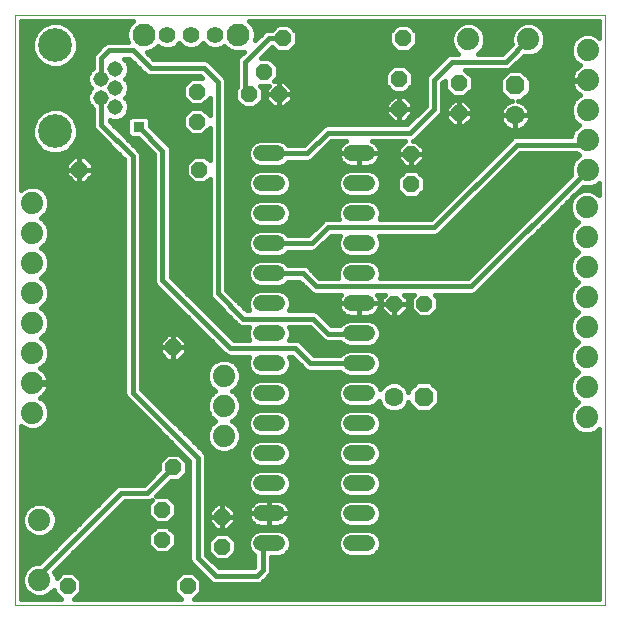
<source format=gtl>
G75*
%MOIN*%
%OFA0B0*%
%FSLAX25Y25*%
%IPPOS*%
%LPD*%
%AMOC8*
5,1,8,0,0,1.08239X$1,22.5*
%
%ADD10C,0.00000*%
%ADD11OC8,0.05200*%
%ADD12C,0.06300*%
%ADD13OC8,0.06300*%
%ADD14C,0.07400*%
%ADD15C,0.05150*%
%ADD16C,0.11220*%
%ADD17C,0.07600*%
%ADD18C,0.05600*%
%ADD19C,0.05200*%
%ADD20C,0.01600*%
%ADD21R,0.03562X0.03562*%
D10*
X0009001Y0005569D02*
X0009001Y0202419D01*
X0205851Y0202419D01*
X0205851Y0005569D01*
X0009001Y0005569D01*
D11*
X0026599Y0011907D03*
X0058056Y0027419D03*
X0058056Y0037419D03*
X0061717Y0051513D03*
X0078016Y0035136D03*
X0078016Y0025136D03*
X0066599Y0011907D03*
X0061717Y0091513D03*
X0070536Y0150805D03*
X0069670Y0166789D03*
X0069670Y0176789D03*
X0087032Y0175884D03*
X0092032Y0183384D03*
X0097032Y0175884D03*
X0098449Y0194584D03*
X0137111Y0181002D03*
X0137111Y0171002D03*
X0141008Y0156002D03*
X0141008Y0146002D03*
X0156993Y0169584D03*
X0156993Y0179584D03*
X0138449Y0194584D03*
X0135536Y0106080D03*
X0145536Y0106080D03*
X0030536Y0150805D03*
D12*
X0135339Y0075017D03*
X0175772Y0168876D03*
D13*
X0175772Y0178876D03*
X0145339Y0075017D03*
D14*
X0199670Y0078285D03*
X0199670Y0088285D03*
X0199670Y0098285D03*
X0199670Y0108285D03*
X0199670Y0118285D03*
X0199670Y0128285D03*
X0199670Y0138285D03*
X0199945Y0150608D03*
X0199945Y0160608D03*
X0199945Y0170608D03*
X0199945Y0180608D03*
X0199945Y0190608D03*
X0180142Y0194191D03*
X0160142Y0194191D03*
X0078725Y0081986D03*
X0078725Y0071986D03*
X0078725Y0061986D03*
X0017229Y0033994D03*
X0017229Y0013994D03*
X0014867Y0069663D03*
X0014867Y0079663D03*
X0014867Y0089663D03*
X0014867Y0099663D03*
X0014867Y0109663D03*
X0014867Y0119663D03*
X0014867Y0129663D03*
X0014867Y0139663D03*
X0199670Y0068285D03*
D15*
X0042504Y0171632D03*
X0037780Y0174781D03*
X0042504Y0177931D03*
X0037780Y0181080D03*
X0042504Y0184230D03*
D16*
X0022426Y0192301D03*
X0022426Y0163561D03*
D17*
X0052032Y0195687D03*
X0083528Y0195687D03*
D18*
X0075654Y0195687D03*
X0067780Y0195687D03*
X0059906Y0195687D03*
D19*
X0091204Y0156199D02*
X0096404Y0156199D01*
X0096404Y0146199D02*
X0091204Y0146199D01*
X0091204Y0136199D02*
X0096404Y0136199D01*
X0096404Y0126199D02*
X0091204Y0126199D01*
X0091204Y0116199D02*
X0096404Y0116199D01*
X0096404Y0106199D02*
X0091204Y0106199D01*
X0091204Y0096199D02*
X0096404Y0096199D01*
X0096404Y0086199D02*
X0091204Y0086199D01*
X0091204Y0076199D02*
X0096404Y0076199D01*
X0096404Y0066199D02*
X0091204Y0066199D01*
X0091204Y0056199D02*
X0096404Y0056199D01*
X0096404Y0046199D02*
X0091204Y0046199D01*
X0091204Y0036199D02*
X0096404Y0036199D01*
X0096404Y0026199D02*
X0091204Y0026199D01*
X0121204Y0026199D02*
X0126404Y0026199D01*
X0126404Y0036199D02*
X0121204Y0036199D01*
X0121204Y0046199D02*
X0126404Y0046199D01*
X0126404Y0056199D02*
X0121204Y0056199D01*
X0121204Y0066199D02*
X0126404Y0066199D01*
X0126404Y0076199D02*
X0121204Y0076199D01*
X0121204Y0086199D02*
X0126404Y0086199D01*
X0126404Y0096199D02*
X0121204Y0096199D01*
X0121204Y0106199D02*
X0126404Y0106199D01*
X0126404Y0116199D02*
X0121204Y0116199D01*
X0121204Y0126199D02*
X0126404Y0126199D01*
X0126404Y0136199D02*
X0121204Y0136199D01*
X0121204Y0146199D02*
X0126404Y0146199D01*
X0126404Y0156199D02*
X0121204Y0156199D01*
D20*
X0123804Y0156198D02*
X0116804Y0156198D01*
X0116804Y0155852D01*
X0116912Y0155168D01*
X0117126Y0154510D01*
X0117440Y0153892D01*
X0117848Y0153332D01*
X0118337Y0152842D01*
X0118898Y0152435D01*
X0119515Y0152121D01*
X0120173Y0151907D01*
X0120857Y0151799D01*
X0123804Y0151799D01*
X0126750Y0151799D01*
X0127434Y0151907D01*
X0128093Y0152121D01*
X0128710Y0152435D01*
X0129270Y0152842D01*
X0129760Y0153332D01*
X0130167Y0153892D01*
X0130481Y0154510D01*
X0130695Y0155168D01*
X0130804Y0155852D01*
X0130804Y0156198D01*
X0123804Y0156198D01*
X0123804Y0151799D01*
X0123804Y0156198D01*
X0123804Y0156198D01*
X0123804Y0156199D01*
X0130804Y0156199D01*
X0130804Y0156545D01*
X0130695Y0157229D01*
X0130481Y0157888D01*
X0130167Y0158505D01*
X0129760Y0159065D01*
X0129270Y0159555D01*
X0128710Y0159962D01*
X0128146Y0160249D01*
X0139033Y0160249D01*
X0136608Y0157824D01*
X0136608Y0156002D01*
X0141008Y0156002D01*
X0141008Y0156002D01*
X0136608Y0156002D01*
X0136608Y0154179D01*
X0139186Y0151602D01*
X0141008Y0151602D01*
X0141008Y0156002D01*
X0141008Y0156002D01*
X0141009Y0156002D02*
X0145408Y0156002D01*
X0145408Y0157824D01*
X0142831Y0160402D01*
X0141816Y0160402D01*
X0142476Y0160675D01*
X0150350Y0168549D01*
X0151138Y0169337D01*
X0151564Y0170366D01*
X0151564Y0179606D01*
X0152393Y0180434D01*
X0152393Y0177679D01*
X0155087Y0174984D01*
X0158898Y0174984D01*
X0161593Y0177679D01*
X0161593Y0181490D01*
X0159211Y0183871D01*
X0173180Y0183871D01*
X0174209Y0184297D01*
X0178580Y0188668D01*
X0179008Y0188491D01*
X0181276Y0188491D01*
X0183371Y0189358D01*
X0184974Y0190962D01*
X0185842Y0193057D01*
X0185842Y0195324D01*
X0184974Y0197419D01*
X0183371Y0199023D01*
X0181276Y0199891D01*
X0179008Y0199891D01*
X0176913Y0199023D01*
X0175310Y0197419D01*
X0174442Y0195324D01*
X0174442Y0193057D01*
X0174620Y0192628D01*
X0171463Y0189471D01*
X0163484Y0189471D01*
X0164974Y0190962D01*
X0165842Y0193057D01*
X0165842Y0195324D01*
X0164974Y0197419D01*
X0163371Y0199023D01*
X0161276Y0199891D01*
X0159008Y0199891D01*
X0156913Y0199023D01*
X0155310Y0197419D01*
X0154442Y0195324D01*
X0154442Y0193057D01*
X0155310Y0190962D01*
X0156801Y0189471D01*
X0154113Y0189471D01*
X0153084Y0189045D01*
X0152296Y0188257D01*
X0146391Y0182352D01*
X0145964Y0181322D01*
X0145964Y0172083D01*
X0139730Y0165849D01*
X0112774Y0165849D01*
X0111745Y0165423D01*
X0110957Y0164635D01*
X0105321Y0158999D01*
X0100109Y0158999D01*
X0099009Y0160098D01*
X0097319Y0160799D01*
X0090289Y0160799D01*
X0088598Y0160098D01*
X0087304Y0158804D01*
X0086604Y0157114D01*
X0086604Y0155284D01*
X0087304Y0153593D01*
X0088598Y0152299D01*
X0090289Y0151599D01*
X0097319Y0151599D01*
X0099009Y0152299D01*
X0100109Y0153399D01*
X0107038Y0153399D01*
X0108067Y0153825D01*
X0114491Y0160249D01*
X0119461Y0160249D01*
X0118898Y0159962D01*
X0118337Y0159555D01*
X0117848Y0159065D01*
X0117440Y0158505D01*
X0117126Y0157888D01*
X0116912Y0157229D01*
X0116804Y0156545D01*
X0116804Y0156199D01*
X0123804Y0156199D01*
X0123804Y0156198D01*
X0123804Y0155829D02*
X0123804Y0155829D01*
X0123804Y0154230D02*
X0123804Y0154230D01*
X0123804Y0152632D02*
X0123804Y0152632D01*
X0127319Y0150799D02*
X0120289Y0150799D01*
X0118598Y0150098D01*
X0117304Y0148804D01*
X0116604Y0147114D01*
X0116604Y0145284D01*
X0117304Y0143593D01*
X0118598Y0142299D01*
X0120289Y0141599D01*
X0127319Y0141599D01*
X0129009Y0142299D01*
X0130303Y0143593D01*
X0131004Y0145284D01*
X0131004Y0147114D01*
X0130303Y0148804D01*
X0129009Y0150098D01*
X0127319Y0150799D01*
X0128980Y0152632D02*
X0138156Y0152632D01*
X0136608Y0154230D02*
X0130339Y0154230D01*
X0130800Y0155829D02*
X0136608Y0155829D01*
X0136608Y0157427D02*
X0130631Y0157427D01*
X0129788Y0159026D02*
X0137810Y0159026D01*
X0141009Y0156002D02*
X0141009Y0156002D01*
X0145408Y0156002D01*
X0145408Y0154179D01*
X0142831Y0151602D01*
X0141008Y0151602D01*
X0141008Y0156002D01*
X0141008Y0155829D02*
X0141008Y0155829D01*
X0141008Y0154230D02*
X0141008Y0154230D01*
X0141008Y0152632D02*
X0141008Y0152632D01*
X0139103Y0150602D02*
X0136408Y0147907D01*
X0136408Y0144096D01*
X0139103Y0141402D01*
X0142914Y0141402D01*
X0145608Y0144096D01*
X0145608Y0147907D01*
X0142914Y0150602D01*
X0139103Y0150602D01*
X0137936Y0149435D02*
X0129673Y0149435D01*
X0130704Y0147836D02*
X0136408Y0147836D01*
X0136408Y0146238D02*
X0131004Y0146238D01*
X0130737Y0144639D02*
X0136408Y0144639D01*
X0137464Y0143041D02*
X0129751Y0143041D01*
X0129009Y0140098D02*
X0127319Y0140799D01*
X0120289Y0140799D01*
X0118598Y0140098D01*
X0117304Y0138804D01*
X0116604Y0137114D01*
X0116604Y0135284D01*
X0116989Y0134353D01*
X0112774Y0134353D01*
X0111745Y0133927D01*
X0110957Y0133139D01*
X0106817Y0128999D01*
X0100109Y0128999D01*
X0099009Y0130098D01*
X0097319Y0130799D01*
X0090289Y0130799D01*
X0088598Y0130098D01*
X0087304Y0128804D01*
X0086604Y0127114D01*
X0086604Y0125284D01*
X0087304Y0123593D01*
X0088598Y0122299D01*
X0090289Y0121599D01*
X0097319Y0121599D01*
X0099009Y0122299D01*
X0100109Y0123399D01*
X0108534Y0123399D01*
X0109563Y0123825D01*
X0114491Y0128753D01*
X0117283Y0128753D01*
X0116604Y0127114D01*
X0116604Y0125284D01*
X0117304Y0123593D01*
X0118598Y0122299D01*
X0120289Y0121599D01*
X0127319Y0121599D01*
X0129009Y0122299D01*
X0130303Y0123593D01*
X0131004Y0125284D01*
X0131004Y0127114D01*
X0130325Y0128753D01*
X0149321Y0128753D01*
X0150350Y0129179D01*
X0177483Y0156312D01*
X0196180Y0156312D01*
X0196717Y0155776D01*
X0197122Y0155608D01*
X0196717Y0155440D01*
X0195113Y0153837D01*
X0194245Y0151742D01*
X0194245Y0149474D01*
X0194423Y0149045D01*
X0160045Y0114668D01*
X0130749Y0114668D01*
X0131004Y0115284D01*
X0131004Y0117114D01*
X0130303Y0118804D01*
X0129009Y0120098D01*
X0127319Y0120799D01*
X0120289Y0120799D01*
X0118598Y0120098D01*
X0117304Y0118804D01*
X0116604Y0117114D01*
X0116604Y0115284D01*
X0116859Y0114668D01*
X0110554Y0114668D01*
X0106650Y0118572D01*
X0105620Y0118999D01*
X0100109Y0118999D01*
X0099009Y0120098D01*
X0097319Y0120799D01*
X0090289Y0120799D01*
X0088598Y0120098D01*
X0087304Y0118804D01*
X0086604Y0117114D01*
X0086604Y0115284D01*
X0087304Y0113593D01*
X0088598Y0112299D01*
X0090289Y0111599D01*
X0097319Y0111599D01*
X0099009Y0112299D01*
X0100109Y0113399D01*
X0103904Y0113399D01*
X0107020Y0110282D01*
X0107808Y0109494D01*
X0108837Y0109068D01*
X0117850Y0109068D01*
X0117848Y0109065D01*
X0117440Y0108505D01*
X0117126Y0107888D01*
X0116912Y0107229D01*
X0116804Y0106545D01*
X0116804Y0106199D01*
X0123804Y0106199D01*
X0130804Y0106199D01*
X0130804Y0106545D01*
X0130695Y0107229D01*
X0130481Y0107888D01*
X0130167Y0108505D01*
X0129760Y0109065D01*
X0129757Y0109068D01*
X0132301Y0109068D01*
X0131136Y0107903D01*
X0131136Y0106080D01*
X0131136Y0104258D01*
X0133713Y0101680D01*
X0135536Y0101680D01*
X0137358Y0101680D01*
X0139936Y0104258D01*
X0139936Y0106080D01*
X0135536Y0106080D01*
X0135536Y0101680D01*
X0135536Y0106080D01*
X0135536Y0106080D01*
X0135536Y0106080D01*
X0131136Y0106080D01*
X0135536Y0106080D01*
X0135536Y0106080D01*
X0139936Y0106080D01*
X0139936Y0107903D01*
X0138771Y0109068D01*
X0142018Y0109068D01*
X0140936Y0107986D01*
X0140936Y0104175D01*
X0143631Y0101480D01*
X0147441Y0101480D01*
X0150136Y0104175D01*
X0150136Y0107986D01*
X0149054Y0109068D01*
X0161762Y0109068D01*
X0162791Y0109494D01*
X0198383Y0145086D01*
X0198812Y0144908D01*
X0201079Y0144908D01*
X0203174Y0145776D01*
X0203851Y0146452D01*
X0203851Y0142165D01*
X0202899Y0143117D01*
X0200804Y0143985D01*
X0198536Y0143985D01*
X0196441Y0143117D01*
X0194838Y0141514D01*
X0193970Y0139419D01*
X0193970Y0137151D01*
X0194838Y0135056D01*
X0196441Y0133453D01*
X0196846Y0133285D01*
X0196441Y0133117D01*
X0194838Y0131514D01*
X0193970Y0129419D01*
X0193970Y0127151D01*
X0194838Y0125056D01*
X0196441Y0123453D01*
X0196846Y0123285D01*
X0196441Y0123117D01*
X0194838Y0121514D01*
X0193970Y0119419D01*
X0193970Y0117151D01*
X0194838Y0115056D01*
X0196441Y0113453D01*
X0196846Y0113285D01*
X0196441Y0113117D01*
X0194838Y0111514D01*
X0193970Y0109419D01*
X0193970Y0107151D01*
X0194838Y0105056D01*
X0196441Y0103453D01*
X0196846Y0103285D01*
X0196441Y0103117D01*
X0194838Y0101514D01*
X0193970Y0099419D01*
X0193970Y0097151D01*
X0194838Y0095056D01*
X0196441Y0093453D01*
X0196846Y0093285D01*
X0196441Y0093117D01*
X0194838Y0091514D01*
X0193970Y0089419D01*
X0193970Y0087151D01*
X0194838Y0085056D01*
X0196441Y0083453D01*
X0196846Y0083285D01*
X0196441Y0083117D01*
X0194838Y0081514D01*
X0193970Y0079419D01*
X0193970Y0077151D01*
X0194838Y0075056D01*
X0196441Y0073453D01*
X0196846Y0073285D01*
X0196441Y0073117D01*
X0194838Y0071514D01*
X0193970Y0069419D01*
X0193970Y0067151D01*
X0194838Y0065056D01*
X0196441Y0063453D01*
X0198536Y0062585D01*
X0200804Y0062585D01*
X0202899Y0063453D01*
X0203851Y0064405D01*
X0203851Y0007569D01*
X0068766Y0007569D01*
X0071199Y0010002D01*
X0071199Y0013813D01*
X0068504Y0016507D01*
X0064694Y0016507D01*
X0061999Y0013813D01*
X0061999Y0010002D01*
X0064432Y0007569D01*
X0028766Y0007569D01*
X0031199Y0010002D01*
X0031199Y0013813D01*
X0028504Y0016507D01*
X0024694Y0016507D01*
X0022929Y0014742D01*
X0022929Y0015128D01*
X0022232Y0016809D01*
X0045593Y0040170D01*
X0053731Y0040170D01*
X0054705Y0040574D01*
X0053456Y0039324D01*
X0053456Y0035514D01*
X0056150Y0032819D01*
X0059961Y0032819D01*
X0062656Y0035514D01*
X0062656Y0039324D01*
X0059961Y0042019D01*
X0056182Y0042019D01*
X0061077Y0046913D01*
X0063622Y0046913D01*
X0066317Y0049608D01*
X0066317Y0053419D01*
X0063622Y0056113D01*
X0059812Y0056113D01*
X0057117Y0053419D01*
X0057117Y0050873D01*
X0052014Y0045770D01*
X0043877Y0045770D01*
X0042848Y0045344D01*
X0017197Y0019694D01*
X0016095Y0019694D01*
X0014000Y0018826D01*
X0012397Y0017223D01*
X0011529Y0015128D01*
X0011529Y0012860D01*
X0012397Y0010765D01*
X0014000Y0009162D01*
X0016095Y0008294D01*
X0018363Y0008294D01*
X0020458Y0009162D01*
X0021999Y0010703D01*
X0021999Y0010002D01*
X0024432Y0007569D01*
X0011001Y0007569D01*
X0011001Y0065468D01*
X0011638Y0064831D01*
X0013733Y0063963D01*
X0016000Y0063963D01*
X0018095Y0064831D01*
X0019699Y0066434D01*
X0020567Y0068529D01*
X0020567Y0070797D01*
X0019699Y0072892D01*
X0018095Y0074495D01*
X0017402Y0074782D01*
X0017749Y0074959D01*
X0018450Y0075468D01*
X0019062Y0076080D01*
X0019571Y0076780D01*
X0019964Y0077552D01*
X0020231Y0078375D01*
X0020367Y0079230D01*
X0020367Y0079463D01*
X0015067Y0079463D01*
X0015067Y0079863D01*
X0020367Y0079863D01*
X0020367Y0080096D01*
X0020231Y0080951D01*
X0019964Y0081774D01*
X0019571Y0082546D01*
X0019062Y0083246D01*
X0018450Y0083858D01*
X0017749Y0084367D01*
X0017402Y0084544D01*
X0018095Y0084831D01*
X0019699Y0086434D01*
X0020567Y0088529D01*
X0020567Y0090797D01*
X0019699Y0092892D01*
X0018095Y0094495D01*
X0017690Y0094663D01*
X0018095Y0094831D01*
X0019699Y0096434D01*
X0020567Y0098529D01*
X0020567Y0100797D01*
X0019699Y0102892D01*
X0018095Y0104495D01*
X0017690Y0104663D01*
X0018095Y0104831D01*
X0019699Y0106434D01*
X0020567Y0108529D01*
X0020567Y0110797D01*
X0019699Y0112892D01*
X0018095Y0114495D01*
X0017690Y0114663D01*
X0018095Y0114831D01*
X0019699Y0116434D01*
X0020567Y0118529D01*
X0020567Y0120797D01*
X0019699Y0122892D01*
X0018095Y0124495D01*
X0017690Y0124663D01*
X0018095Y0124831D01*
X0019699Y0126434D01*
X0020567Y0128529D01*
X0020567Y0130797D01*
X0019699Y0132892D01*
X0018095Y0134495D01*
X0017690Y0134663D01*
X0018095Y0134831D01*
X0019699Y0136434D01*
X0020567Y0138529D01*
X0020567Y0140797D01*
X0019699Y0142892D01*
X0018095Y0144495D01*
X0016000Y0145363D01*
X0013733Y0145363D01*
X0011638Y0144495D01*
X0011001Y0143858D01*
X0011001Y0200419D01*
X0048562Y0200419D01*
X0047115Y0198972D01*
X0046232Y0196840D01*
X0046232Y0194533D01*
X0046698Y0193408D01*
X0039940Y0193408D01*
X0038911Y0192982D01*
X0038123Y0192194D01*
X0035406Y0189478D01*
X0034980Y0188448D01*
X0034980Y0184750D01*
X0033902Y0183672D01*
X0033205Y0181990D01*
X0033205Y0180170D01*
X0033902Y0178489D01*
X0034460Y0177931D01*
X0033902Y0177373D01*
X0033205Y0175691D01*
X0033205Y0173871D01*
X0033902Y0172190D01*
X0034980Y0171111D01*
X0034980Y0165209D01*
X0035406Y0164179D01*
X0045571Y0154015D01*
X0045571Y0075878D01*
X0045997Y0074849D01*
X0067224Y0053621D01*
X0067224Y0020760D01*
X0067650Y0019731D01*
X0073556Y0013825D01*
X0074344Y0013037D01*
X0075373Y0012611D01*
X0090266Y0012611D01*
X0091295Y0013037D01*
X0093264Y0015006D01*
X0094051Y0015794D01*
X0094478Y0016823D01*
X0094478Y0021599D01*
X0097319Y0021599D01*
X0099009Y0022299D01*
X0100303Y0023593D01*
X0101004Y0025284D01*
X0101004Y0027114D01*
X0100303Y0028804D01*
X0099009Y0030098D01*
X0097319Y0030799D01*
X0090289Y0030799D01*
X0088598Y0030098D01*
X0087304Y0028804D01*
X0086604Y0027114D01*
X0086604Y0025284D01*
X0087304Y0023593D01*
X0088598Y0022299D01*
X0088878Y0022183D01*
X0088878Y0018539D01*
X0088549Y0018211D01*
X0077089Y0018211D01*
X0072824Y0022476D01*
X0072824Y0055338D01*
X0072398Y0056367D01*
X0071610Y0057155D01*
X0051171Y0077595D01*
X0051171Y0155732D01*
X0050744Y0156761D01*
X0049957Y0157549D01*
X0040580Y0166925D01*
X0040580Y0167477D01*
X0041594Y0167057D01*
X0043414Y0167057D01*
X0045096Y0167753D01*
X0046383Y0169040D01*
X0047079Y0170722D01*
X0047079Y0172542D01*
X0046383Y0174223D01*
X0045825Y0174781D01*
X0046383Y0175339D01*
X0047079Y0177021D01*
X0047079Y0178841D01*
X0046383Y0180522D01*
X0045825Y0181080D01*
X0046383Y0181639D01*
X0047079Y0183320D01*
X0047079Y0185140D01*
X0046383Y0186821D01*
X0045396Y0187808D01*
X0047211Y0187808D01*
X0051902Y0183116D01*
X0052690Y0182329D01*
X0053719Y0181902D01*
X0070833Y0181902D01*
X0071346Y0181389D01*
X0067764Y0181389D01*
X0065070Y0178694D01*
X0065070Y0174884D01*
X0067764Y0172189D01*
X0071575Y0172189D01*
X0073917Y0174531D01*
X0073917Y0169047D01*
X0071575Y0171389D01*
X0067764Y0171389D01*
X0065070Y0168694D01*
X0065070Y0164884D01*
X0067764Y0162189D01*
X0071575Y0162189D01*
X0073917Y0164531D01*
X0073917Y0153929D01*
X0072441Y0155405D01*
X0068631Y0155405D01*
X0065936Y0152710D01*
X0065936Y0148899D01*
X0068631Y0146205D01*
X0072441Y0146205D01*
X0073917Y0147681D01*
X0073917Y0108949D01*
X0074343Y0107920D01*
X0082808Y0099455D01*
X0083596Y0098667D01*
X0084625Y0098241D01*
X0087071Y0098241D01*
X0086604Y0097114D01*
X0086604Y0095284D01*
X0087136Y0093999D01*
X0082011Y0093999D01*
X0061013Y0114996D01*
X0061013Y0157700D01*
X0060587Y0158729D01*
X0059799Y0159517D01*
X0054120Y0165196D01*
X0054120Y0167627D01*
X0052949Y0168799D01*
X0047730Y0168799D01*
X0046558Y0167627D01*
X0046558Y0162408D01*
X0047730Y0161236D01*
X0050160Y0161236D01*
X0055413Y0155984D01*
X0055413Y0113279D01*
X0055839Y0112250D01*
X0078477Y0089612D01*
X0079265Y0088825D01*
X0080294Y0088399D01*
X0087136Y0088399D01*
X0086604Y0087114D01*
X0086604Y0085284D01*
X0087304Y0083593D01*
X0088598Y0082299D01*
X0090289Y0081599D01*
X0097319Y0081599D01*
X0099009Y0082299D01*
X0100303Y0083593D01*
X0101004Y0085284D01*
X0101004Y0087114D01*
X0100471Y0088399D01*
X0101345Y0088399D01*
X0105052Y0084691D01*
X0105840Y0083904D01*
X0106869Y0083477D01*
X0117420Y0083477D01*
X0118598Y0082299D01*
X0120289Y0081599D01*
X0127319Y0081599D01*
X0129009Y0082299D01*
X0130303Y0083593D01*
X0131004Y0085284D01*
X0131004Y0087114D01*
X0130303Y0088804D01*
X0129009Y0090098D01*
X0127319Y0090799D01*
X0120289Y0090799D01*
X0118598Y0090098D01*
X0117577Y0089077D01*
X0108586Y0089077D01*
X0104091Y0093572D01*
X0103061Y0093999D01*
X0100471Y0093999D01*
X0101004Y0095284D01*
X0101004Y0097114D01*
X0100537Y0098241D01*
X0107250Y0098241D01*
X0110957Y0094534D01*
X0111745Y0093746D01*
X0112774Y0093320D01*
X0117577Y0093320D01*
X0118598Y0092299D01*
X0120289Y0091599D01*
X0127319Y0091599D01*
X0129009Y0092299D01*
X0130303Y0093593D01*
X0131004Y0095284D01*
X0131004Y0097114D01*
X0130303Y0098804D01*
X0129009Y0100098D01*
X0127319Y0100799D01*
X0120289Y0100799D01*
X0118598Y0100098D01*
X0117420Y0098920D01*
X0114491Y0098920D01*
X0109996Y0103415D01*
X0108967Y0103841D01*
X0100406Y0103841D01*
X0101004Y0105284D01*
X0101004Y0107114D01*
X0100303Y0108804D01*
X0099009Y0110098D01*
X0097319Y0110799D01*
X0090289Y0110799D01*
X0088598Y0110098D01*
X0087304Y0108804D01*
X0086604Y0107114D01*
X0086604Y0105284D01*
X0087201Y0103841D01*
X0086341Y0103841D01*
X0079517Y0110665D01*
X0079517Y0180535D01*
X0079091Y0181564D01*
X0078303Y0182352D01*
X0073579Y0187076D01*
X0072550Y0187502D01*
X0055436Y0187502D01*
X0053052Y0189887D01*
X0053186Y0189887D01*
X0055317Y0190770D01*
X0056676Y0192128D01*
X0057187Y0191617D01*
X0058951Y0190887D01*
X0060861Y0190887D01*
X0062625Y0191617D01*
X0063843Y0192836D01*
X0065061Y0191617D01*
X0066825Y0190887D01*
X0068735Y0190887D01*
X0070499Y0191617D01*
X0071717Y0192836D01*
X0072935Y0191617D01*
X0074699Y0190887D01*
X0076609Y0190887D01*
X0078373Y0191617D01*
X0078884Y0192128D01*
X0080243Y0190770D01*
X0082374Y0189887D01*
X0084682Y0189887D01*
X0085273Y0190132D01*
X0084186Y0189045D01*
X0083398Y0188257D01*
X0082972Y0187228D01*
X0082972Y0178329D01*
X0082432Y0177789D01*
X0082432Y0173978D01*
X0085127Y0171284D01*
X0088937Y0171284D01*
X0091632Y0173978D01*
X0091632Y0177789D01*
X0090637Y0178784D01*
X0093709Y0178784D01*
X0092632Y0177706D01*
X0092632Y0175884D01*
X0097032Y0175884D01*
X0097032Y0180284D01*
X0095437Y0180284D01*
X0096632Y0181478D01*
X0096632Y0185289D01*
X0093937Y0187984D01*
X0091045Y0187984D01*
X0094795Y0191734D01*
X0096544Y0189984D01*
X0100355Y0189984D01*
X0103049Y0192679D01*
X0103049Y0196490D01*
X0100355Y0199184D01*
X0096544Y0199184D01*
X0094744Y0197384D01*
X0093129Y0197384D01*
X0092099Y0196958D01*
X0089083Y0193942D01*
X0089328Y0194533D01*
X0089328Y0196840D01*
X0088445Y0198972D01*
X0086998Y0200419D01*
X0203851Y0200419D01*
X0203851Y0194763D01*
X0203174Y0195440D01*
X0201079Y0196308D01*
X0198812Y0196308D01*
X0196717Y0195440D01*
X0195113Y0193837D01*
X0194245Y0191742D01*
X0194245Y0189474D01*
X0195113Y0187379D01*
X0196717Y0185776D01*
X0197410Y0185489D01*
X0197063Y0185312D01*
X0196362Y0184803D01*
X0195750Y0184191D01*
X0195241Y0183491D01*
X0194848Y0182719D01*
X0194581Y0181896D01*
X0194445Y0181041D01*
X0194445Y0180808D01*
X0199745Y0180808D01*
X0199745Y0180408D01*
X0194445Y0180408D01*
X0194445Y0180175D01*
X0194581Y0179320D01*
X0194848Y0178497D01*
X0195241Y0177725D01*
X0195750Y0177025D01*
X0196362Y0176413D01*
X0197063Y0175904D01*
X0197410Y0175727D01*
X0196717Y0175440D01*
X0195113Y0173837D01*
X0194245Y0171742D01*
X0194245Y0169474D01*
X0195113Y0167379D01*
X0196717Y0165776D01*
X0197122Y0165608D01*
X0196717Y0165440D01*
X0195113Y0163837D01*
X0194316Y0161912D01*
X0175766Y0161912D01*
X0174737Y0161486D01*
X0173950Y0160698D01*
X0147604Y0134353D01*
X0130618Y0134353D01*
X0131004Y0135284D01*
X0131004Y0137114D01*
X0130303Y0138804D01*
X0129009Y0140098D01*
X0129264Y0139844D02*
X0153095Y0139844D01*
X0154694Y0141442D02*
X0142954Y0141442D01*
X0144553Y0143041D02*
X0156292Y0143041D01*
X0157891Y0144639D02*
X0145608Y0144639D01*
X0145608Y0146238D02*
X0159489Y0146238D01*
X0161088Y0147836D02*
X0145608Y0147836D01*
X0144081Y0149435D02*
X0162686Y0149435D01*
X0164285Y0151033D02*
X0079517Y0151033D01*
X0079517Y0149435D02*
X0087934Y0149435D01*
X0087304Y0148804D02*
X0086604Y0147114D01*
X0086604Y0145284D01*
X0087304Y0143593D01*
X0088598Y0142299D01*
X0090289Y0141599D01*
X0097319Y0141599D01*
X0099009Y0142299D01*
X0100303Y0143593D01*
X0101004Y0145284D01*
X0101004Y0147114D01*
X0100303Y0148804D01*
X0099009Y0150098D01*
X0097319Y0150799D01*
X0090289Y0150799D01*
X0088598Y0150098D01*
X0087304Y0148804D01*
X0086903Y0147836D02*
X0079517Y0147836D01*
X0079517Y0146238D02*
X0086604Y0146238D01*
X0086871Y0144639D02*
X0079517Y0144639D01*
X0079517Y0143041D02*
X0087856Y0143041D01*
X0088598Y0140098D02*
X0087304Y0138804D01*
X0086604Y0137114D01*
X0086604Y0135284D01*
X0087304Y0133593D01*
X0088598Y0132299D01*
X0090289Y0131599D01*
X0097319Y0131599D01*
X0099009Y0132299D01*
X0100303Y0133593D01*
X0101004Y0135284D01*
X0101004Y0137114D01*
X0100303Y0138804D01*
X0099009Y0140098D01*
X0097319Y0140799D01*
X0090289Y0140799D01*
X0088598Y0140098D01*
X0088343Y0139844D02*
X0079517Y0139844D01*
X0079517Y0141442D02*
X0139063Y0141442D01*
X0130535Y0138245D02*
X0151497Y0138245D01*
X0149898Y0136647D02*
X0131004Y0136647D01*
X0130906Y0135048D02*
X0148300Y0135048D01*
X0148764Y0131553D02*
X0176323Y0159112D01*
X0198449Y0159112D01*
X0199945Y0160608D01*
X0194445Y0162223D02*
X0144024Y0162223D01*
X0145622Y0163821D02*
X0195107Y0163821D01*
X0196696Y0165420D02*
X0179317Y0165420D01*
X0179548Y0165651D02*
X0180006Y0166281D01*
X0180359Y0166976D01*
X0180600Y0167717D01*
X0180722Y0168486D01*
X0180722Y0168876D01*
X0180722Y0169265D01*
X0180600Y0170035D01*
X0180359Y0170776D01*
X0180006Y0171470D01*
X0179548Y0172100D01*
X0178997Y0172651D01*
X0178367Y0173109D01*
X0177672Y0173463D01*
X0176931Y0173704D01*
X0176793Y0173726D01*
X0177905Y0173726D01*
X0180922Y0176742D01*
X0180922Y0181009D01*
X0177905Y0184026D01*
X0173639Y0184026D01*
X0170622Y0181009D01*
X0170622Y0176742D01*
X0173639Y0173726D01*
X0174751Y0173726D01*
X0174613Y0173704D01*
X0173872Y0173463D01*
X0173178Y0173109D01*
X0172547Y0172651D01*
X0171997Y0172100D01*
X0171539Y0171470D01*
X0171185Y0170776D01*
X0170944Y0170035D01*
X0170822Y0169265D01*
X0170822Y0168876D01*
X0175772Y0168876D01*
X0175772Y0168876D01*
X0170822Y0168876D01*
X0170822Y0168486D01*
X0170944Y0167717D01*
X0171185Y0166976D01*
X0171539Y0166281D01*
X0171997Y0165651D01*
X0172547Y0165100D01*
X0173178Y0164642D01*
X0173872Y0164288D01*
X0174613Y0164048D01*
X0175383Y0163926D01*
X0175772Y0163926D01*
X0175772Y0168876D01*
X0180722Y0168876D01*
X0175772Y0168876D01*
X0175772Y0168876D01*
X0175772Y0168876D01*
X0175772Y0163926D01*
X0176162Y0163926D01*
X0176931Y0164048D01*
X0177672Y0164288D01*
X0178367Y0164642D01*
X0178997Y0165100D01*
X0179548Y0165651D01*
X0180373Y0167018D02*
X0195474Y0167018D01*
X0194601Y0168617D02*
X0180722Y0168617D01*
X0180542Y0170215D02*
X0194245Y0170215D01*
X0194275Y0171814D02*
X0179756Y0171814D01*
X0177772Y0173412D02*
X0194937Y0173412D01*
X0196287Y0175011D02*
X0179190Y0175011D01*
X0180789Y0176609D02*
X0196166Y0176609D01*
X0194996Y0178208D02*
X0180922Y0178208D01*
X0180922Y0179806D02*
X0194504Y0179806D01*
X0194503Y0181405D02*
X0180526Y0181405D01*
X0178928Y0183003D02*
X0194993Y0183003D01*
X0196161Y0184602D02*
X0174513Y0184602D01*
X0176112Y0186200D02*
X0196292Y0186200D01*
X0194939Y0187799D02*
X0177710Y0187799D01*
X0172623Y0186671D02*
X0180142Y0194191D01*
X0174442Y0194193D02*
X0165842Y0194193D01*
X0165651Y0192594D02*
X0174586Y0192594D01*
X0172988Y0190996D02*
X0164989Y0190996D01*
X0165649Y0195791D02*
X0174636Y0195791D01*
X0175298Y0197390D02*
X0164987Y0197390D01*
X0163405Y0198988D02*
X0176879Y0198988D01*
X0183405Y0198988D02*
X0203851Y0198988D01*
X0203851Y0197390D02*
X0184987Y0197390D01*
X0185649Y0195791D02*
X0197565Y0195791D01*
X0195469Y0194193D02*
X0185842Y0194193D01*
X0185651Y0192594D02*
X0194599Y0192594D01*
X0194245Y0190996D02*
X0184989Y0190996D01*
X0183410Y0189397D02*
X0194277Y0189397D01*
X0202326Y0195791D02*
X0203851Y0195791D01*
X0175772Y0168617D02*
X0175772Y0168617D01*
X0175772Y0167018D02*
X0175772Y0167018D01*
X0175772Y0165420D02*
X0175772Y0165420D01*
X0172228Y0165420D02*
X0159051Y0165420D01*
X0158815Y0165184D02*
X0161393Y0167762D01*
X0161393Y0169584D01*
X0156993Y0169584D01*
X0156993Y0169584D01*
X0156993Y0165184D01*
X0158815Y0165184D01*
X0156993Y0165184D02*
X0156993Y0169584D01*
X0156993Y0169584D01*
X0161393Y0169584D01*
X0161393Y0171407D01*
X0158815Y0173984D01*
X0156993Y0173984D01*
X0156993Y0169584D01*
X0152593Y0169584D01*
X0152593Y0167762D01*
X0155170Y0165184D01*
X0156993Y0165184D01*
X0156993Y0165420D02*
X0156993Y0165420D01*
X0156993Y0167018D02*
X0156993Y0167018D01*
X0156993Y0168617D02*
X0156993Y0168617D01*
X0156993Y0169584D02*
X0156993Y0169584D01*
X0156993Y0169584D01*
X0152593Y0169584D01*
X0152593Y0171407D01*
X0155170Y0173984D01*
X0156993Y0173984D01*
X0156993Y0169584D01*
X0156993Y0170215D02*
X0156993Y0170215D01*
X0156993Y0171814D02*
X0156993Y0171814D01*
X0156993Y0173412D02*
X0156993Y0173412D01*
X0154598Y0173412D02*
X0151564Y0173412D01*
X0151564Y0171814D02*
X0153000Y0171814D01*
X0152593Y0170215D02*
X0151502Y0170215D01*
X0150418Y0168617D02*
X0152593Y0168617D01*
X0153336Y0167018D02*
X0148819Y0167018D01*
X0147221Y0165420D02*
X0154935Y0165420D01*
X0160649Y0167018D02*
X0171171Y0167018D01*
X0170822Y0168617D02*
X0161393Y0168617D01*
X0161393Y0170215D02*
X0171003Y0170215D01*
X0171788Y0171814D02*
X0160986Y0171814D01*
X0159387Y0173412D02*
X0173772Y0173412D01*
X0172354Y0175011D02*
X0158924Y0175011D01*
X0160523Y0176609D02*
X0170755Y0176609D01*
X0170622Y0178208D02*
X0161593Y0178208D01*
X0161593Y0179806D02*
X0170622Y0179806D01*
X0171018Y0181405D02*
X0161593Y0181405D01*
X0160079Y0183003D02*
X0172617Y0183003D01*
X0172623Y0186671D02*
X0154670Y0186671D01*
X0148764Y0180765D01*
X0148764Y0170923D01*
X0140890Y0163049D01*
X0113331Y0163049D01*
X0106481Y0156199D01*
X0093804Y0156199D01*
X0097739Y0160624D02*
X0106947Y0160624D01*
X0108545Y0162223D02*
X0079517Y0162223D01*
X0079517Y0163821D02*
X0110144Y0163821D01*
X0111742Y0165420D02*
X0079517Y0165420D01*
X0079517Y0167018D02*
X0134872Y0167018D01*
X0135288Y0166602D02*
X0132711Y0169179D01*
X0132711Y0171002D01*
X0137111Y0171002D01*
X0137111Y0171002D01*
X0137111Y0175402D01*
X0138933Y0175402D01*
X0141511Y0172824D01*
X0141511Y0171002D01*
X0137111Y0171002D01*
X0137111Y0171002D01*
X0137111Y0175402D01*
X0135288Y0175402D01*
X0132711Y0172824D01*
X0132711Y0171002D01*
X0137111Y0171002D01*
X0141511Y0171002D01*
X0141511Y0169179D01*
X0138933Y0166602D01*
X0137111Y0166602D01*
X0137111Y0171002D01*
X0137111Y0171002D01*
X0137111Y0171002D01*
X0137111Y0166602D01*
X0135288Y0166602D01*
X0137111Y0167018D02*
X0137111Y0167018D01*
X0137111Y0168617D02*
X0137111Y0168617D01*
X0137111Y0170215D02*
X0137111Y0170215D01*
X0137111Y0171814D02*
X0137111Y0171814D01*
X0137111Y0173412D02*
X0137111Y0173412D01*
X0137111Y0175011D02*
X0137111Y0175011D01*
X0139324Y0175011D02*
X0145964Y0175011D01*
X0145964Y0176609D02*
X0139224Y0176609D01*
X0139016Y0176402D02*
X0141711Y0179096D01*
X0141711Y0182907D01*
X0139016Y0185602D01*
X0135205Y0185602D01*
X0132511Y0182907D01*
X0132511Y0179096D01*
X0135205Y0176402D01*
X0139016Y0176402D01*
X0140822Y0178208D02*
X0145964Y0178208D01*
X0145964Y0179806D02*
X0141711Y0179806D01*
X0141711Y0181405D02*
X0145998Y0181405D01*
X0147042Y0183003D02*
X0141614Y0183003D01*
X0140016Y0184602D02*
X0148641Y0184602D01*
X0150239Y0186200D02*
X0095721Y0186200D01*
X0096632Y0184602D02*
X0134206Y0184602D01*
X0132607Y0183003D02*
X0096632Y0183003D01*
X0096559Y0181405D02*
X0132511Y0181405D01*
X0132511Y0179806D02*
X0099332Y0179806D01*
X0098855Y0180284D02*
X0101432Y0177706D01*
X0101432Y0175884D01*
X0097032Y0175884D01*
X0097032Y0175884D01*
X0097032Y0180284D01*
X0098855Y0180284D01*
X0097032Y0179806D02*
X0097032Y0179806D01*
X0097032Y0178208D02*
X0097032Y0178208D01*
X0097032Y0176609D02*
X0097032Y0176609D01*
X0097032Y0175884D02*
X0097032Y0175884D01*
X0097032Y0175884D01*
X0101432Y0175884D01*
X0101432Y0174061D01*
X0098855Y0171484D01*
X0097032Y0171484D01*
X0097032Y0175883D01*
X0097032Y0175883D01*
X0097032Y0171484D01*
X0095209Y0171484D01*
X0092632Y0174061D01*
X0092632Y0175884D01*
X0097032Y0175884D01*
X0097032Y0175011D02*
X0097032Y0175011D01*
X0097032Y0173412D02*
X0097032Y0173412D01*
X0097032Y0171814D02*
X0097032Y0171814D01*
X0094879Y0171814D02*
X0089468Y0171814D01*
X0091066Y0173412D02*
X0093281Y0173412D01*
X0092632Y0175011D02*
X0091632Y0175011D01*
X0091632Y0176609D02*
X0092632Y0176609D01*
X0093134Y0178208D02*
X0091213Y0178208D01*
X0087032Y0175884D02*
X0085772Y0177143D01*
X0085772Y0186671D01*
X0093686Y0194584D01*
X0098449Y0194584D01*
X0094750Y0197390D02*
X0089100Y0197390D01*
X0089328Y0195791D02*
X0090933Y0195791D01*
X0089334Y0194193D02*
X0089187Y0194193D01*
X0088429Y0198988D02*
X0096348Y0198988D01*
X0100551Y0198988D02*
X0136348Y0198988D01*
X0136544Y0199184D02*
X0133849Y0196490D01*
X0133849Y0192679D01*
X0136544Y0189984D01*
X0140355Y0189984D01*
X0143049Y0192679D01*
X0143049Y0196490D01*
X0140355Y0199184D01*
X0136544Y0199184D01*
X0134750Y0197390D02*
X0102149Y0197390D01*
X0103049Y0195791D02*
X0133849Y0195791D01*
X0133849Y0194193D02*
X0103049Y0194193D01*
X0102965Y0192594D02*
X0133934Y0192594D01*
X0135532Y0190996D02*
X0101366Y0190996D01*
X0095532Y0190996D02*
X0094057Y0190996D01*
X0092458Y0189397D02*
X0153935Y0189397D01*
X0155296Y0190996D02*
X0141366Y0190996D01*
X0142965Y0192594D02*
X0154634Y0192594D01*
X0154442Y0194193D02*
X0143049Y0194193D01*
X0143049Y0195791D02*
X0154636Y0195791D01*
X0155298Y0197390D02*
X0142149Y0197390D01*
X0140551Y0198988D02*
X0156879Y0198988D01*
X0151838Y0187799D02*
X0094122Y0187799D01*
X0084539Y0189397D02*
X0053541Y0189397D01*
X0055139Y0187799D02*
X0083209Y0187799D01*
X0082972Y0186200D02*
X0074455Y0186200D01*
X0076053Y0184602D02*
X0082972Y0184602D01*
X0082972Y0183003D02*
X0077652Y0183003D01*
X0079157Y0181405D02*
X0082972Y0181405D01*
X0082972Y0179806D02*
X0079517Y0179806D01*
X0079517Y0178208D02*
X0082851Y0178208D01*
X0082432Y0176609D02*
X0079517Y0176609D01*
X0079517Y0175011D02*
X0082432Y0175011D01*
X0082998Y0173412D02*
X0079517Y0173412D01*
X0079517Y0171814D02*
X0084596Y0171814D01*
X0079517Y0170215D02*
X0132711Y0170215D01*
X0132711Y0171814D02*
X0099185Y0171814D01*
X0100783Y0173412D02*
X0133299Y0173412D01*
X0134897Y0175011D02*
X0101432Y0175011D01*
X0101432Y0176609D02*
X0134998Y0176609D01*
X0133399Y0178208D02*
X0100930Y0178208D01*
X0089868Y0160624D02*
X0079517Y0160624D01*
X0079517Y0159026D02*
X0087525Y0159026D01*
X0086734Y0157427D02*
X0079517Y0157427D01*
X0079517Y0155829D02*
X0086604Y0155829D01*
X0087040Y0154230D02*
X0079517Y0154230D01*
X0079517Y0152632D02*
X0088265Y0152632D01*
X0099342Y0152632D02*
X0118627Y0152632D01*
X0117268Y0154230D02*
X0108472Y0154230D01*
X0110071Y0155829D02*
X0116807Y0155829D01*
X0116976Y0157427D02*
X0111669Y0157427D01*
X0113268Y0159026D02*
X0117819Y0159026D01*
X0117934Y0149435D02*
X0099673Y0149435D01*
X0100704Y0147836D02*
X0116903Y0147836D01*
X0116604Y0146238D02*
X0101004Y0146238D01*
X0100737Y0144639D02*
X0116871Y0144639D01*
X0117856Y0143041D02*
X0099751Y0143041D01*
X0099264Y0139844D02*
X0118343Y0139844D01*
X0117072Y0138245D02*
X0100535Y0138245D01*
X0101004Y0136647D02*
X0116604Y0136647D01*
X0116701Y0135048D02*
X0100906Y0135048D01*
X0100160Y0133450D02*
X0111268Y0133450D01*
X0109670Y0131851D02*
X0097928Y0131851D01*
X0098637Y0130252D02*
X0108071Y0130252D01*
X0107977Y0126199D02*
X0113331Y0131553D01*
X0148764Y0131553D01*
X0151424Y0130252D02*
X0175630Y0130252D01*
X0174032Y0128654D02*
X0130366Y0128654D01*
X0131004Y0127055D02*
X0172433Y0127055D01*
X0170835Y0125457D02*
X0131004Y0125457D01*
X0130413Y0123858D02*
X0169236Y0123858D01*
X0167638Y0122260D02*
X0128915Y0122260D01*
X0127650Y0120661D02*
X0166039Y0120661D01*
X0164441Y0119063D02*
X0130045Y0119063D01*
X0130858Y0117464D02*
X0162842Y0117464D01*
X0161244Y0115866D02*
X0131004Y0115866D01*
X0131136Y0107873D02*
X0130486Y0107873D01*
X0130804Y0106275D02*
X0131136Y0106275D01*
X0130804Y0106198D02*
X0123804Y0106198D01*
X0123804Y0101799D01*
X0126750Y0101799D01*
X0127434Y0101907D01*
X0128093Y0102121D01*
X0128710Y0102435D01*
X0129270Y0102842D01*
X0129760Y0103332D01*
X0130167Y0103892D01*
X0130481Y0104510D01*
X0130695Y0105168D01*
X0130804Y0105852D01*
X0130804Y0106198D01*
X0130535Y0104676D02*
X0131136Y0104676D01*
X0132316Y0103078D02*
X0129505Y0103078D01*
X0129227Y0099881D02*
X0194161Y0099881D01*
X0193970Y0098282D02*
X0130520Y0098282D01*
X0131004Y0096684D02*
X0194163Y0096684D01*
X0194826Y0095085D02*
X0130922Y0095085D01*
X0130197Y0093487D02*
X0196407Y0093487D01*
X0195212Y0091888D02*
X0128018Y0091888D01*
X0128547Y0090290D02*
X0194330Y0090290D01*
X0193970Y0088691D02*
X0130350Y0088691D01*
X0131004Y0087093D02*
X0193994Y0087093D01*
X0194656Y0085494D02*
X0131004Y0085494D01*
X0130429Y0083896D02*
X0195998Y0083896D01*
X0195621Y0082297D02*
X0129005Y0082297D01*
X0127560Y0080699D02*
X0194500Y0080699D01*
X0193970Y0079100D02*
X0148540Y0079100D01*
X0147472Y0080167D02*
X0143206Y0080167D01*
X0140189Y0077151D01*
X0140189Y0076766D01*
X0139705Y0077935D01*
X0138256Y0079383D01*
X0136363Y0080167D01*
X0134315Y0080167D01*
X0132422Y0079383D01*
X0130973Y0077935D01*
X0130818Y0077561D01*
X0130303Y0078804D01*
X0129009Y0080098D01*
X0127319Y0080799D01*
X0120289Y0080799D01*
X0118598Y0080098D01*
X0117304Y0078804D01*
X0116604Y0077114D01*
X0116604Y0075284D01*
X0117304Y0073593D01*
X0118598Y0072299D01*
X0120289Y0071599D01*
X0127319Y0071599D01*
X0129009Y0072299D01*
X0130303Y0073593D01*
X0130329Y0073655D01*
X0130973Y0072100D01*
X0132422Y0070651D01*
X0134315Y0069867D01*
X0136363Y0069867D01*
X0138256Y0070651D01*
X0139705Y0072100D01*
X0140189Y0073269D01*
X0140189Y0072884D01*
X0143206Y0069867D01*
X0147472Y0069867D01*
X0150489Y0072884D01*
X0150489Y0077151D01*
X0147472Y0080167D01*
X0150138Y0077502D02*
X0193970Y0077502D01*
X0194487Y0075903D02*
X0150489Y0075903D01*
X0150489Y0074305D02*
X0195589Y0074305D01*
X0196030Y0072706D02*
X0150311Y0072706D01*
X0148712Y0071108D02*
X0194669Y0071108D01*
X0194007Y0069509D02*
X0129598Y0069509D01*
X0129009Y0070098D02*
X0130303Y0068804D01*
X0131004Y0067114D01*
X0131004Y0065284D01*
X0130303Y0063593D01*
X0129009Y0062299D01*
X0127319Y0061599D01*
X0120289Y0061599D01*
X0118598Y0062299D01*
X0117304Y0063593D01*
X0116604Y0065284D01*
X0116604Y0067114D01*
X0117304Y0068804D01*
X0118598Y0070098D01*
X0120289Y0070799D01*
X0127319Y0070799D01*
X0129009Y0070098D01*
X0129417Y0072706D02*
X0130722Y0072706D01*
X0131966Y0071108D02*
X0084425Y0071108D01*
X0084425Y0070852D02*
X0084425Y0073120D01*
X0083557Y0075215D01*
X0081954Y0076818D01*
X0081549Y0076986D01*
X0081954Y0077154D01*
X0083557Y0078757D01*
X0084425Y0080852D01*
X0084425Y0083120D01*
X0083557Y0085215D01*
X0081954Y0086818D01*
X0079859Y0087686D01*
X0077591Y0087686D01*
X0075496Y0086818D01*
X0073893Y0085215D01*
X0073025Y0083120D01*
X0073025Y0080852D01*
X0073893Y0078757D01*
X0075496Y0077154D01*
X0075901Y0076986D01*
X0075496Y0076818D01*
X0073893Y0075215D01*
X0073025Y0073120D01*
X0073025Y0070852D01*
X0073893Y0068757D01*
X0075496Y0067154D01*
X0075901Y0066986D01*
X0075496Y0066818D01*
X0073893Y0065215D01*
X0073025Y0063120D01*
X0073025Y0060852D01*
X0073893Y0058757D01*
X0075496Y0057154D01*
X0077591Y0056286D01*
X0079859Y0056286D01*
X0081954Y0057154D01*
X0083557Y0058757D01*
X0084425Y0060852D01*
X0084425Y0063120D01*
X0083557Y0065215D01*
X0081954Y0066818D01*
X0081549Y0066986D01*
X0081954Y0067154D01*
X0083557Y0068757D01*
X0084425Y0070852D01*
X0083869Y0069509D02*
X0088009Y0069509D01*
X0088598Y0070098D02*
X0087304Y0068804D01*
X0086604Y0067114D01*
X0086604Y0065284D01*
X0087304Y0063593D01*
X0088598Y0062299D01*
X0090289Y0061599D01*
X0097319Y0061599D01*
X0099009Y0062299D01*
X0100303Y0063593D01*
X0101004Y0065284D01*
X0101004Y0067114D01*
X0100303Y0068804D01*
X0099009Y0070098D01*
X0097319Y0070799D01*
X0090289Y0070799D01*
X0088598Y0070098D01*
X0088598Y0072299D02*
X0087304Y0073593D01*
X0086604Y0075284D01*
X0086604Y0077114D01*
X0087304Y0078804D01*
X0088598Y0080098D01*
X0090289Y0080799D01*
X0097319Y0080799D01*
X0099009Y0080098D01*
X0100303Y0078804D01*
X0101004Y0077114D01*
X0101004Y0075284D01*
X0100303Y0073593D01*
X0099009Y0072299D01*
X0097319Y0071599D01*
X0090289Y0071599D01*
X0088598Y0072299D01*
X0088191Y0072706D02*
X0084425Y0072706D01*
X0083934Y0074305D02*
X0087009Y0074305D01*
X0086604Y0075903D02*
X0082869Y0075903D01*
X0082302Y0077502D02*
X0086764Y0077502D01*
X0087600Y0079100D02*
X0083699Y0079100D01*
X0084361Y0080699D02*
X0090048Y0080699D01*
X0088602Y0082297D02*
X0084425Y0082297D01*
X0084104Y0083896D02*
X0087179Y0083896D01*
X0086604Y0085494D02*
X0083278Y0085494D01*
X0081291Y0087093D02*
X0086604Y0087093D01*
X0080851Y0091199D02*
X0102504Y0091199D01*
X0107426Y0086277D01*
X0123725Y0086277D01*
X0123804Y0086199D01*
X0119060Y0090290D02*
X0107373Y0090290D01*
X0105775Y0091888D02*
X0119589Y0091888D01*
X0123725Y0096120D02*
X0123804Y0096199D01*
X0123725Y0096120D02*
X0113331Y0096120D01*
X0108410Y0101041D01*
X0085182Y0101041D01*
X0076717Y0109506D01*
X0076717Y0179978D01*
X0071993Y0184702D01*
X0054276Y0184702D01*
X0048371Y0190608D01*
X0040497Y0190608D01*
X0037780Y0187891D01*
X0037780Y0181080D01*
X0034832Y0184602D02*
X0011001Y0184602D01*
X0011001Y0186200D02*
X0017764Y0186200D01*
X0018115Y0185849D02*
X0020912Y0184691D01*
X0023939Y0184691D01*
X0026737Y0185849D01*
X0028877Y0187990D01*
X0030036Y0190787D01*
X0030036Y0193815D01*
X0028877Y0196612D01*
X0026737Y0198753D01*
X0023939Y0199911D01*
X0020912Y0199911D01*
X0018115Y0198753D01*
X0015974Y0196612D01*
X0014815Y0193815D01*
X0014815Y0190787D01*
X0015974Y0187990D01*
X0018115Y0185849D01*
X0016165Y0187799D02*
X0011001Y0187799D01*
X0011001Y0189397D02*
X0015391Y0189397D01*
X0014815Y0190996D02*
X0011001Y0190996D01*
X0011001Y0192594D02*
X0014815Y0192594D01*
X0014972Y0194193D02*
X0011001Y0194193D01*
X0011001Y0195791D02*
X0015634Y0195791D01*
X0016752Y0197390D02*
X0011001Y0197390D01*
X0011001Y0198988D02*
X0018684Y0198988D01*
X0026167Y0198988D02*
X0047131Y0198988D01*
X0046460Y0197390D02*
X0028099Y0197390D01*
X0029217Y0195791D02*
X0046232Y0195791D01*
X0046373Y0194193D02*
X0029879Y0194193D01*
X0030036Y0192594D02*
X0038523Y0192594D01*
X0036925Y0190996D02*
X0030036Y0190996D01*
X0029460Y0189397D02*
X0035373Y0189397D01*
X0034980Y0187799D02*
X0028686Y0187799D01*
X0027088Y0186200D02*
X0034980Y0186200D01*
X0033625Y0183003D02*
X0011001Y0183003D01*
X0011001Y0181405D02*
X0033205Y0181405D01*
X0033356Y0179806D02*
X0011001Y0179806D01*
X0011001Y0178208D02*
X0034183Y0178208D01*
X0033586Y0176609D02*
X0011001Y0176609D01*
X0011001Y0175011D02*
X0033205Y0175011D01*
X0033395Y0173412D02*
X0011001Y0173412D01*
X0011001Y0171814D02*
X0034278Y0171814D01*
X0034980Y0170215D02*
X0026247Y0170215D01*
X0026737Y0170012D02*
X0023939Y0171171D01*
X0020912Y0171171D01*
X0018115Y0170012D01*
X0015974Y0167872D01*
X0014815Y0165075D01*
X0014815Y0162047D01*
X0015974Y0159250D01*
X0018115Y0157109D01*
X0020912Y0155951D01*
X0023939Y0155951D01*
X0026737Y0157109D01*
X0028877Y0159250D01*
X0030036Y0162047D01*
X0030036Y0165075D01*
X0028877Y0167872D01*
X0026737Y0170012D01*
X0028132Y0168617D02*
X0034980Y0168617D01*
X0034980Y0167018D02*
X0029231Y0167018D01*
X0029893Y0165420D02*
X0034980Y0165420D01*
X0035764Y0163821D02*
X0030036Y0163821D01*
X0030036Y0162223D02*
X0037363Y0162223D01*
X0038961Y0160624D02*
X0029447Y0160624D01*
X0028653Y0159026D02*
X0040560Y0159026D01*
X0042159Y0157427D02*
X0027055Y0157427D01*
X0028713Y0155205D02*
X0026136Y0152627D01*
X0026136Y0150805D01*
X0030536Y0150805D01*
X0030536Y0150805D01*
X0030536Y0155205D01*
X0032358Y0155205D01*
X0034936Y0152627D01*
X0034936Y0150805D01*
X0030536Y0150805D01*
X0030536Y0150805D01*
X0030536Y0155205D01*
X0028713Y0155205D01*
X0027739Y0154230D02*
X0011001Y0154230D01*
X0011001Y0152632D02*
X0026140Y0152632D01*
X0026136Y0151033D02*
X0011001Y0151033D01*
X0011001Y0149435D02*
X0026136Y0149435D01*
X0026136Y0148982D02*
X0028713Y0146405D01*
X0030536Y0146405D01*
X0032358Y0146405D01*
X0034936Y0148982D01*
X0034936Y0150805D01*
X0030536Y0150805D01*
X0030536Y0150805D01*
X0030536Y0146405D01*
X0030536Y0150805D01*
X0030536Y0150805D01*
X0026136Y0150805D01*
X0026136Y0148982D01*
X0027282Y0147836D02*
X0011001Y0147836D01*
X0011001Y0146238D02*
X0045571Y0146238D01*
X0045571Y0147836D02*
X0033790Y0147836D01*
X0034936Y0149435D02*
X0045571Y0149435D01*
X0045571Y0151033D02*
X0034936Y0151033D01*
X0034932Y0152632D02*
X0045571Y0152632D01*
X0045356Y0154230D02*
X0033333Y0154230D01*
X0030536Y0154230D02*
X0030536Y0154230D01*
X0030536Y0152632D02*
X0030536Y0152632D01*
X0030536Y0151033D02*
X0030536Y0151033D01*
X0030536Y0149435D02*
X0030536Y0149435D01*
X0030536Y0147836D02*
X0030536Y0147836D01*
X0019550Y0143041D02*
X0045571Y0143041D01*
X0045571Y0144639D02*
X0017748Y0144639D01*
X0020299Y0141442D02*
X0045571Y0141442D01*
X0045571Y0139844D02*
X0020567Y0139844D01*
X0020449Y0138245D02*
X0045571Y0138245D01*
X0045571Y0136647D02*
X0019787Y0136647D01*
X0018313Y0135048D02*
X0045571Y0135048D01*
X0045571Y0133450D02*
X0019141Y0133450D01*
X0020130Y0131851D02*
X0045571Y0131851D01*
X0045571Y0130252D02*
X0020567Y0130252D01*
X0020567Y0128654D02*
X0045571Y0128654D01*
X0045571Y0127055D02*
X0019956Y0127055D01*
X0018722Y0125457D02*
X0045571Y0125457D01*
X0045571Y0123858D02*
X0018732Y0123858D01*
X0019961Y0122260D02*
X0045571Y0122260D01*
X0045571Y0120661D02*
X0020567Y0120661D01*
X0020567Y0119063D02*
X0045571Y0119063D01*
X0045571Y0117464D02*
X0020126Y0117464D01*
X0019130Y0115866D02*
X0045571Y0115866D01*
X0045571Y0114267D02*
X0018323Y0114267D01*
X0019791Y0112669D02*
X0045571Y0112669D01*
X0045571Y0111070D02*
X0020453Y0111070D01*
X0020567Y0109472D02*
X0045571Y0109472D01*
X0045571Y0107873D02*
X0020295Y0107873D01*
X0019539Y0106275D02*
X0045571Y0106275D01*
X0045571Y0104676D02*
X0017722Y0104676D01*
X0019513Y0103078D02*
X0045571Y0103078D01*
X0045571Y0101479D02*
X0020284Y0101479D01*
X0020567Y0099881D02*
X0045571Y0099881D01*
X0045571Y0098282D02*
X0020464Y0098282D01*
X0019802Y0096684D02*
X0045571Y0096684D01*
X0045571Y0095085D02*
X0018350Y0095085D01*
X0019104Y0093487D02*
X0045571Y0093487D01*
X0045571Y0091888D02*
X0020115Y0091888D01*
X0020567Y0090290D02*
X0045571Y0090290D01*
X0045571Y0088691D02*
X0020567Y0088691D01*
X0019972Y0087093D02*
X0045571Y0087093D01*
X0045571Y0085494D02*
X0018759Y0085494D01*
X0018398Y0083896D02*
X0045571Y0083896D01*
X0045571Y0082297D02*
X0019697Y0082297D01*
X0020271Y0080699D02*
X0045571Y0080699D01*
X0045571Y0079100D02*
X0020346Y0079100D01*
X0019938Y0077502D02*
X0045571Y0077502D01*
X0045571Y0075903D02*
X0018885Y0075903D01*
X0018286Y0074305D02*
X0046541Y0074305D01*
X0048139Y0072706D02*
X0019776Y0072706D01*
X0020438Y0071108D02*
X0049738Y0071108D01*
X0051336Y0069509D02*
X0020567Y0069509D01*
X0020310Y0067911D02*
X0052935Y0067911D01*
X0054534Y0066312D02*
X0019577Y0066312D01*
X0017812Y0064714D02*
X0056132Y0064714D01*
X0057731Y0063115D02*
X0011001Y0063115D01*
X0011001Y0061517D02*
X0059329Y0061517D01*
X0060928Y0059918D02*
X0011001Y0059918D01*
X0011001Y0058319D02*
X0062526Y0058319D01*
X0064125Y0056721D02*
X0011001Y0056721D01*
X0011001Y0055122D02*
X0058821Y0055122D01*
X0057222Y0053524D02*
X0011001Y0053524D01*
X0011001Y0051925D02*
X0057117Y0051925D01*
X0056571Y0050327D02*
X0011001Y0050327D01*
X0011001Y0048728D02*
X0054972Y0048728D01*
X0053374Y0047130D02*
X0011001Y0047130D01*
X0011001Y0045531D02*
X0043300Y0045531D01*
X0041436Y0043933D02*
X0011001Y0043933D01*
X0011001Y0042334D02*
X0039838Y0042334D01*
X0038239Y0040736D02*
X0011001Y0040736D01*
X0011001Y0039137D02*
X0014752Y0039137D01*
X0014000Y0038826D02*
X0012397Y0037223D01*
X0011529Y0035128D01*
X0011529Y0032860D01*
X0012397Y0030765D01*
X0014000Y0029162D01*
X0016095Y0028294D01*
X0018363Y0028294D01*
X0020458Y0029162D01*
X0022061Y0030765D01*
X0022929Y0032860D01*
X0022929Y0035128D01*
X0022061Y0037223D01*
X0020458Y0038826D01*
X0018363Y0039694D01*
X0016095Y0039694D01*
X0014000Y0038826D01*
X0012713Y0037539D02*
X0011001Y0037539D01*
X0011001Y0035940D02*
X0011866Y0035940D01*
X0011529Y0034342D02*
X0011001Y0034342D01*
X0011001Y0032743D02*
X0011577Y0032743D01*
X0011001Y0031145D02*
X0012239Y0031145D01*
X0011001Y0029546D02*
X0013615Y0029546D01*
X0011001Y0027948D02*
X0025451Y0027948D01*
X0023853Y0026349D02*
X0011001Y0026349D01*
X0011001Y0024751D02*
X0022254Y0024751D01*
X0020656Y0023152D02*
X0011001Y0023152D01*
X0011001Y0021554D02*
X0019057Y0021554D01*
X0017459Y0019955D02*
X0011001Y0019955D01*
X0011001Y0018357D02*
X0013531Y0018357D01*
X0012204Y0016758D02*
X0011001Y0016758D01*
X0011001Y0015160D02*
X0011542Y0015160D01*
X0011529Y0013561D02*
X0011001Y0013561D01*
X0011001Y0011963D02*
X0011901Y0011963D01*
X0012797Y0010364D02*
X0011001Y0010364D01*
X0011001Y0008766D02*
X0014956Y0008766D01*
X0017229Y0013994D02*
X0017229Y0015765D01*
X0044434Y0042970D01*
X0053174Y0042970D01*
X0061717Y0051513D01*
X0066317Y0051925D02*
X0067224Y0051925D01*
X0067224Y0050327D02*
X0066317Y0050327D01*
X0065437Y0048728D02*
X0067224Y0048728D01*
X0067224Y0047130D02*
X0063839Y0047130D01*
X0067224Y0045531D02*
X0059695Y0045531D01*
X0058096Y0043933D02*
X0067224Y0043933D01*
X0067224Y0042334D02*
X0056498Y0042334D01*
X0053456Y0039137D02*
X0044561Y0039137D01*
X0042962Y0037539D02*
X0053456Y0037539D01*
X0053456Y0035940D02*
X0041364Y0035940D01*
X0039765Y0034342D02*
X0054627Y0034342D01*
X0056150Y0032019D02*
X0053456Y0029324D01*
X0053456Y0025514D01*
X0056150Y0022819D01*
X0059961Y0022819D01*
X0062656Y0025514D01*
X0062656Y0029324D01*
X0059961Y0032019D01*
X0056150Y0032019D01*
X0055276Y0031145D02*
X0036568Y0031145D01*
X0038166Y0032743D02*
X0067224Y0032743D01*
X0067224Y0031145D02*
X0060835Y0031145D01*
X0062434Y0029546D02*
X0067224Y0029546D01*
X0067224Y0027948D02*
X0062656Y0027948D01*
X0062656Y0026349D02*
X0067224Y0026349D01*
X0067224Y0024751D02*
X0061893Y0024751D01*
X0060294Y0023152D02*
X0067224Y0023152D01*
X0067224Y0021554D02*
X0026977Y0021554D01*
X0028575Y0023152D02*
X0055817Y0023152D01*
X0054219Y0024751D02*
X0030174Y0024751D01*
X0031772Y0026349D02*
X0053456Y0026349D01*
X0053456Y0027948D02*
X0033371Y0027948D01*
X0034969Y0029546D02*
X0053678Y0029546D01*
X0061484Y0034342D02*
X0067224Y0034342D01*
X0067224Y0035940D02*
X0062656Y0035940D01*
X0062656Y0037539D02*
X0067224Y0037539D01*
X0067224Y0039137D02*
X0062656Y0039137D01*
X0061244Y0040736D02*
X0067224Y0040736D01*
X0072824Y0040736D02*
X0120137Y0040736D01*
X0120289Y0040799D02*
X0118598Y0040098D01*
X0117304Y0038804D01*
X0116604Y0037114D01*
X0116604Y0035284D01*
X0117304Y0033593D01*
X0118598Y0032299D01*
X0120289Y0031599D01*
X0127319Y0031599D01*
X0129009Y0032299D01*
X0130303Y0033593D01*
X0131004Y0035284D01*
X0131004Y0037114D01*
X0130303Y0038804D01*
X0129009Y0040098D01*
X0127319Y0040799D01*
X0120289Y0040799D01*
X0120289Y0041599D02*
X0127319Y0041599D01*
X0129009Y0042299D01*
X0130303Y0043593D01*
X0131004Y0045284D01*
X0131004Y0047114D01*
X0130303Y0048804D01*
X0129009Y0050098D01*
X0127319Y0050799D01*
X0120289Y0050799D01*
X0118598Y0050098D01*
X0117304Y0048804D01*
X0116604Y0047114D01*
X0116604Y0045284D01*
X0117304Y0043593D01*
X0118598Y0042299D01*
X0120289Y0041599D01*
X0118562Y0042334D02*
X0099045Y0042334D01*
X0099009Y0042299D02*
X0100303Y0043593D01*
X0101004Y0045284D01*
X0101004Y0047114D01*
X0100303Y0048804D01*
X0099009Y0050098D01*
X0097319Y0050799D01*
X0090289Y0050799D01*
X0088598Y0050098D01*
X0087304Y0048804D01*
X0086604Y0047114D01*
X0086604Y0045284D01*
X0087304Y0043593D01*
X0088598Y0042299D01*
X0090289Y0041599D01*
X0097319Y0041599D01*
X0099009Y0042299D01*
X0100444Y0043933D02*
X0117163Y0043933D01*
X0116604Y0045531D02*
X0101004Y0045531D01*
X0100997Y0047130D02*
X0116610Y0047130D01*
X0117273Y0048728D02*
X0100335Y0048728D01*
X0098457Y0050327D02*
X0119150Y0050327D01*
X0119499Y0051925D02*
X0098108Y0051925D01*
X0097319Y0051599D02*
X0099009Y0052299D01*
X0100303Y0053593D01*
X0101004Y0055284D01*
X0101004Y0057114D01*
X0100303Y0058804D01*
X0099009Y0060098D01*
X0097319Y0060799D01*
X0090289Y0060799D01*
X0088598Y0060098D01*
X0087304Y0058804D01*
X0086604Y0057114D01*
X0086604Y0055284D01*
X0087304Y0053593D01*
X0088598Y0052299D01*
X0090289Y0051599D01*
X0097319Y0051599D01*
X0100234Y0053524D02*
X0117373Y0053524D01*
X0117304Y0053593D02*
X0118598Y0052299D01*
X0120289Y0051599D01*
X0127319Y0051599D01*
X0129009Y0052299D01*
X0130303Y0053593D01*
X0131004Y0055284D01*
X0131004Y0057114D01*
X0130303Y0058804D01*
X0129009Y0060098D01*
X0127319Y0060799D01*
X0120289Y0060799D01*
X0118598Y0060098D01*
X0117304Y0058804D01*
X0116604Y0057114D01*
X0116604Y0055284D01*
X0117304Y0053593D01*
X0116670Y0055122D02*
X0100937Y0055122D01*
X0101004Y0056721D02*
X0116604Y0056721D01*
X0117103Y0058319D02*
X0100504Y0058319D01*
X0099190Y0059918D02*
X0118418Y0059918D01*
X0117782Y0063115D02*
X0099826Y0063115D01*
X0100768Y0064714D02*
X0116840Y0064714D01*
X0116604Y0066312D02*
X0101004Y0066312D01*
X0100674Y0067911D02*
X0116934Y0067911D01*
X0118009Y0069509D02*
X0099598Y0069509D01*
X0099417Y0072706D02*
X0118191Y0072706D01*
X0117009Y0074305D02*
X0100598Y0074305D01*
X0101004Y0075903D02*
X0116604Y0075903D01*
X0116764Y0077502D02*
X0100843Y0077502D01*
X0100007Y0079100D02*
X0117600Y0079100D01*
X0120048Y0080699D02*
X0097560Y0080699D01*
X0099005Y0082297D02*
X0118602Y0082297D01*
X0130007Y0079100D02*
X0132139Y0079100D01*
X0138540Y0079100D02*
X0142139Y0079100D01*
X0140540Y0077502D02*
X0139884Y0077502D01*
X0139956Y0072706D02*
X0140367Y0072706D01*
X0141966Y0071108D02*
X0138712Y0071108D01*
X0130674Y0067911D02*
X0193970Y0067911D01*
X0194317Y0066312D02*
X0131004Y0066312D01*
X0130768Y0064714D02*
X0195180Y0064714D01*
X0197257Y0063115D02*
X0129826Y0063115D01*
X0129190Y0059918D02*
X0203851Y0059918D01*
X0203851Y0058319D02*
X0130504Y0058319D01*
X0131004Y0056721D02*
X0203851Y0056721D01*
X0203851Y0055122D02*
X0130937Y0055122D01*
X0130234Y0053524D02*
X0203851Y0053524D01*
X0203851Y0051925D02*
X0128108Y0051925D01*
X0128457Y0050327D02*
X0203851Y0050327D01*
X0203851Y0048728D02*
X0130335Y0048728D01*
X0130997Y0047130D02*
X0203851Y0047130D01*
X0203851Y0045531D02*
X0131004Y0045531D01*
X0130444Y0043933D02*
X0203851Y0043933D01*
X0203851Y0042334D02*
X0129045Y0042334D01*
X0127470Y0040736D02*
X0203851Y0040736D01*
X0203851Y0039137D02*
X0129970Y0039137D01*
X0130827Y0037539D02*
X0203851Y0037539D01*
X0203851Y0035940D02*
X0131004Y0035940D01*
X0130614Y0034342D02*
X0203851Y0034342D01*
X0203851Y0032743D02*
X0129454Y0032743D01*
X0129009Y0030098D02*
X0127319Y0030799D01*
X0120289Y0030799D01*
X0118598Y0030098D01*
X0117304Y0028804D01*
X0116604Y0027114D01*
X0116604Y0025284D01*
X0117304Y0023593D01*
X0118598Y0022299D01*
X0120289Y0021599D01*
X0127319Y0021599D01*
X0129009Y0022299D01*
X0130303Y0023593D01*
X0131004Y0025284D01*
X0131004Y0027114D01*
X0130303Y0028804D01*
X0129009Y0030098D01*
X0129561Y0029546D02*
X0203851Y0029546D01*
X0203851Y0027948D02*
X0130658Y0027948D01*
X0131004Y0026349D02*
X0203851Y0026349D01*
X0203851Y0024751D02*
X0130783Y0024751D01*
X0129863Y0023152D02*
X0203851Y0023152D01*
X0203851Y0021554D02*
X0094478Y0021554D01*
X0094478Y0019955D02*
X0203851Y0019955D01*
X0203851Y0018357D02*
X0094478Y0018357D01*
X0094451Y0016758D02*
X0203851Y0016758D01*
X0203851Y0015160D02*
X0093418Y0015160D01*
X0091819Y0013561D02*
X0203851Y0013561D01*
X0203851Y0011963D02*
X0071199Y0011963D01*
X0071199Y0013561D02*
X0073820Y0013561D01*
X0072221Y0015160D02*
X0069852Y0015160D01*
X0070623Y0016758D02*
X0022253Y0016758D01*
X0022916Y0015160D02*
X0023346Y0015160D01*
X0023780Y0018357D02*
X0069024Y0018357D01*
X0067557Y0019955D02*
X0025378Y0019955D01*
X0029852Y0015160D02*
X0063346Y0015160D01*
X0061999Y0013561D02*
X0031199Y0013561D01*
X0031199Y0011963D02*
X0061999Y0011963D01*
X0061999Y0010364D02*
X0031199Y0010364D01*
X0029963Y0008766D02*
X0063235Y0008766D01*
X0069963Y0008766D02*
X0203851Y0008766D01*
X0203851Y0010364D02*
X0071199Y0010364D01*
X0075930Y0015411D02*
X0089709Y0015411D01*
X0091678Y0017380D01*
X0091678Y0024073D01*
X0093804Y0026199D01*
X0088878Y0021554D02*
X0080940Y0021554D01*
X0079922Y0020536D02*
X0082616Y0023230D01*
X0082616Y0027041D01*
X0079922Y0029736D01*
X0076111Y0029736D01*
X0073416Y0027041D01*
X0073416Y0023230D01*
X0076111Y0020536D01*
X0079922Y0020536D01*
X0082538Y0023152D02*
X0087745Y0023152D01*
X0086824Y0024751D02*
X0082616Y0024751D01*
X0082616Y0026349D02*
X0086604Y0026349D01*
X0086949Y0027948D02*
X0081709Y0027948D01*
X0080111Y0029546D02*
X0088046Y0029546D01*
X0089515Y0032121D02*
X0090173Y0031907D01*
X0090857Y0031799D01*
X0093804Y0031799D01*
X0096750Y0031799D01*
X0097434Y0031907D01*
X0098093Y0032121D01*
X0098710Y0032435D01*
X0099270Y0032842D01*
X0099760Y0033332D01*
X0100167Y0033892D01*
X0100481Y0034510D01*
X0100695Y0035168D01*
X0100804Y0035852D01*
X0100804Y0036198D01*
X0093804Y0036198D01*
X0093804Y0031799D01*
X0093804Y0036198D01*
X0093804Y0036198D01*
X0093804Y0036199D01*
X0093804Y0036199D01*
X0093804Y0040599D01*
X0096750Y0040599D01*
X0097434Y0040490D01*
X0098093Y0040276D01*
X0098710Y0039962D01*
X0099270Y0039555D01*
X0099760Y0039065D01*
X0100167Y0038505D01*
X0100481Y0037888D01*
X0100695Y0037229D01*
X0100804Y0036545D01*
X0100804Y0036199D01*
X0093804Y0036199D01*
X0093804Y0040599D01*
X0090857Y0040599D01*
X0090173Y0040490D01*
X0089515Y0040276D01*
X0088898Y0039962D01*
X0088337Y0039555D01*
X0087848Y0039065D01*
X0087440Y0038505D01*
X0087126Y0037888D01*
X0086912Y0037229D01*
X0086804Y0036545D01*
X0086804Y0036199D01*
X0093804Y0036199D01*
X0093804Y0036198D01*
X0086804Y0036198D01*
X0086804Y0035852D01*
X0086912Y0035168D01*
X0087126Y0034510D01*
X0087440Y0033892D01*
X0087848Y0033332D01*
X0088337Y0032842D01*
X0088898Y0032435D01*
X0089515Y0032121D01*
X0088474Y0032743D02*
X0081847Y0032743D01*
X0082416Y0033313D02*
X0082416Y0035135D01*
X0078016Y0035135D01*
X0078016Y0035135D01*
X0078016Y0030736D01*
X0076194Y0030736D01*
X0073616Y0033313D01*
X0073616Y0035135D01*
X0078016Y0035135D01*
X0078016Y0035136D01*
X0078016Y0039536D01*
X0076194Y0039536D01*
X0073616Y0036958D01*
X0073616Y0035136D01*
X0078016Y0035136D01*
X0078016Y0035136D01*
X0078016Y0039536D01*
X0079839Y0039536D01*
X0082416Y0036958D01*
X0082416Y0035136D01*
X0078016Y0035136D01*
X0078016Y0035135D01*
X0078016Y0030736D01*
X0079839Y0030736D01*
X0082416Y0033313D01*
X0082416Y0034342D02*
X0087211Y0034342D01*
X0086804Y0035940D02*
X0082416Y0035940D01*
X0081835Y0037539D02*
X0087013Y0037539D01*
X0087920Y0039137D02*
X0080237Y0039137D01*
X0078016Y0039137D02*
X0078016Y0039137D01*
X0078016Y0037539D02*
X0078016Y0037539D01*
X0078016Y0035940D02*
X0078016Y0035940D01*
X0078016Y0034342D02*
X0078016Y0034342D01*
X0078016Y0032743D02*
X0078016Y0032743D01*
X0078016Y0031145D02*
X0078016Y0031145D01*
X0075784Y0031145D02*
X0072824Y0031145D01*
X0072824Y0032743D02*
X0074186Y0032743D01*
X0073616Y0034342D02*
X0072824Y0034342D01*
X0072824Y0035940D02*
X0073616Y0035940D01*
X0074197Y0037539D02*
X0072824Y0037539D01*
X0072824Y0039137D02*
X0075796Y0039137D01*
X0072824Y0042334D02*
X0088562Y0042334D01*
X0087163Y0043933D02*
X0072824Y0043933D01*
X0072824Y0045531D02*
X0086604Y0045531D01*
X0086610Y0047130D02*
X0072824Y0047130D01*
X0072824Y0048728D02*
X0087273Y0048728D01*
X0089150Y0050327D02*
X0072824Y0050327D01*
X0072824Y0051925D02*
X0089499Y0051925D01*
X0087373Y0053524D02*
X0072824Y0053524D01*
X0072824Y0055122D02*
X0086670Y0055122D01*
X0086604Y0056721D02*
X0080909Y0056721D01*
X0083120Y0058319D02*
X0087103Y0058319D01*
X0088418Y0059918D02*
X0084038Y0059918D01*
X0084425Y0061517D02*
X0203851Y0061517D01*
X0203851Y0063115D02*
X0202083Y0063115D01*
X0203851Y0031145D02*
X0080248Y0031145D01*
X0075922Y0029546D02*
X0072824Y0029546D01*
X0072824Y0027948D02*
X0074323Y0027948D01*
X0073416Y0026349D02*
X0072824Y0026349D01*
X0072824Y0024751D02*
X0073416Y0024751D01*
X0073494Y0023152D02*
X0072824Y0023152D01*
X0073747Y0021554D02*
X0075093Y0021554D01*
X0075345Y0019955D02*
X0088878Y0019955D01*
X0088695Y0018357D02*
X0076944Y0018357D01*
X0075930Y0015411D02*
X0070024Y0021317D01*
X0070024Y0054781D01*
X0048371Y0076435D01*
X0048371Y0155175D01*
X0037780Y0165765D01*
X0037780Y0174781D01*
X0040580Y0167018D02*
X0046558Y0167018D01*
X0046558Y0165420D02*
X0042086Y0165420D01*
X0043684Y0163821D02*
X0046558Y0163821D01*
X0046743Y0162223D02*
X0045283Y0162223D01*
X0046881Y0160624D02*
X0050773Y0160624D01*
X0052371Y0159026D02*
X0048480Y0159026D01*
X0050078Y0157427D02*
X0053970Y0157427D01*
X0055413Y0155829D02*
X0051130Y0155829D01*
X0051171Y0154230D02*
X0055413Y0154230D01*
X0055413Y0152632D02*
X0051171Y0152632D01*
X0051171Y0151033D02*
X0055413Y0151033D01*
X0055413Y0149435D02*
X0051171Y0149435D01*
X0051171Y0147836D02*
X0055413Y0147836D01*
X0055413Y0146238D02*
X0051171Y0146238D01*
X0051171Y0144639D02*
X0055413Y0144639D01*
X0055413Y0143041D02*
X0051171Y0143041D01*
X0051171Y0141442D02*
X0055413Y0141442D01*
X0055413Y0139844D02*
X0051171Y0139844D01*
X0051171Y0138245D02*
X0055413Y0138245D01*
X0055413Y0136647D02*
X0051171Y0136647D01*
X0051171Y0135048D02*
X0055413Y0135048D01*
X0055413Y0133450D02*
X0051171Y0133450D01*
X0051171Y0131851D02*
X0055413Y0131851D01*
X0055413Y0130252D02*
X0051171Y0130252D01*
X0051171Y0128654D02*
X0055413Y0128654D01*
X0055413Y0127055D02*
X0051171Y0127055D01*
X0051171Y0125457D02*
X0055413Y0125457D01*
X0055413Y0123858D02*
X0051171Y0123858D01*
X0051171Y0122260D02*
X0055413Y0122260D01*
X0055413Y0120661D02*
X0051171Y0120661D01*
X0051171Y0119063D02*
X0055413Y0119063D01*
X0055413Y0117464D02*
X0051171Y0117464D01*
X0051171Y0115866D02*
X0055413Y0115866D01*
X0055413Y0114267D02*
X0051171Y0114267D01*
X0051171Y0112669D02*
X0055666Y0112669D01*
X0057019Y0111070D02*
X0051171Y0111070D01*
X0051171Y0109472D02*
X0058618Y0109472D01*
X0060216Y0107873D02*
X0051171Y0107873D01*
X0051171Y0106275D02*
X0061815Y0106275D01*
X0063413Y0104676D02*
X0051171Y0104676D01*
X0051171Y0103078D02*
X0065012Y0103078D01*
X0066610Y0101479D02*
X0051171Y0101479D01*
X0051171Y0099881D02*
X0068209Y0099881D01*
X0069807Y0098282D02*
X0051171Y0098282D01*
X0051171Y0096684D02*
X0071406Y0096684D01*
X0073004Y0095085D02*
X0064368Y0095085D01*
X0063540Y0095913D02*
X0061717Y0095913D01*
X0059895Y0095913D01*
X0057317Y0093336D01*
X0057317Y0091514D01*
X0061717Y0091514D01*
X0061717Y0095913D01*
X0061717Y0091514D01*
X0061717Y0091514D01*
X0061717Y0091513D01*
X0061717Y0091513D01*
X0061717Y0087113D01*
X0059895Y0087113D01*
X0057317Y0089691D01*
X0057317Y0091513D01*
X0061717Y0091513D01*
X0061717Y0087113D01*
X0063540Y0087113D01*
X0066117Y0089691D01*
X0066117Y0091513D01*
X0061717Y0091513D01*
X0061717Y0091514D01*
X0066117Y0091514D01*
X0066117Y0093336D01*
X0063540Y0095913D01*
X0061717Y0095085D02*
X0061717Y0095085D01*
X0061717Y0093487D02*
X0061717Y0093487D01*
X0061717Y0091888D02*
X0061717Y0091888D01*
X0061717Y0090290D02*
X0061717Y0090290D01*
X0061717Y0088691D02*
X0061717Y0088691D01*
X0058317Y0088691D02*
X0051171Y0088691D01*
X0051171Y0087093D02*
X0076159Y0087093D01*
X0074172Y0085494D02*
X0051171Y0085494D01*
X0051171Y0083896D02*
X0073346Y0083896D01*
X0073025Y0082297D02*
X0051171Y0082297D01*
X0051171Y0080699D02*
X0073088Y0080699D01*
X0073751Y0079100D02*
X0051171Y0079100D01*
X0051264Y0077502D02*
X0075148Y0077502D01*
X0074581Y0075903D02*
X0052862Y0075903D01*
X0054461Y0074305D02*
X0073516Y0074305D01*
X0073025Y0072706D02*
X0056059Y0072706D01*
X0057658Y0071108D02*
X0073025Y0071108D01*
X0073581Y0069509D02*
X0059256Y0069509D01*
X0060855Y0067911D02*
X0074739Y0067911D01*
X0074990Y0066312D02*
X0062453Y0066312D01*
X0064052Y0064714D02*
X0073685Y0064714D01*
X0073025Y0063115D02*
X0065650Y0063115D01*
X0067249Y0061517D02*
X0073025Y0061517D01*
X0073412Y0059918D02*
X0068847Y0059918D01*
X0070446Y0058319D02*
X0074330Y0058319D01*
X0076541Y0056721D02*
X0072044Y0056721D01*
X0067224Y0053524D02*
X0066212Y0053524D01*
X0065723Y0055122D02*
X0064613Y0055122D01*
X0082460Y0066312D02*
X0086604Y0066312D01*
X0086840Y0064714D02*
X0083765Y0064714D01*
X0084425Y0063115D02*
X0087782Y0063115D01*
X0086934Y0067911D02*
X0082711Y0067911D01*
X0100429Y0083896D02*
X0105859Y0083896D01*
X0104249Y0085494D02*
X0101004Y0085494D01*
X0101004Y0087093D02*
X0102650Y0087093D01*
X0104176Y0093487D02*
X0112371Y0093487D01*
X0110406Y0095085D02*
X0100922Y0095085D01*
X0101004Y0096684D02*
X0108807Y0096684D01*
X0113530Y0099881D02*
X0118381Y0099881D01*
X0119515Y0102121D02*
X0120173Y0101907D01*
X0120857Y0101799D01*
X0123804Y0101799D01*
X0123804Y0106198D01*
X0123804Y0106198D01*
X0123804Y0106199D01*
X0123804Y0106198D01*
X0116804Y0106198D01*
X0116804Y0105852D01*
X0116912Y0105168D01*
X0117126Y0104510D01*
X0117440Y0103892D01*
X0117848Y0103332D01*
X0118337Y0102842D01*
X0118898Y0102435D01*
X0119515Y0102121D01*
X0118102Y0103078D02*
X0110333Y0103078D01*
X0111932Y0101479D02*
X0194823Y0101479D01*
X0196401Y0103078D02*
X0149039Y0103078D01*
X0150136Y0104676D02*
X0195218Y0104676D01*
X0194333Y0106275D02*
X0150136Y0106275D01*
X0150136Y0107873D02*
X0193970Y0107873D01*
X0193992Y0109472D02*
X0162738Y0109472D01*
X0164368Y0111070D02*
X0194654Y0111070D01*
X0195993Y0112669D02*
X0165966Y0112669D01*
X0167565Y0114267D02*
X0195627Y0114267D01*
X0194502Y0115866D02*
X0169163Y0115866D01*
X0170762Y0117464D02*
X0193970Y0117464D01*
X0193970Y0119063D02*
X0172360Y0119063D01*
X0173959Y0120661D02*
X0194484Y0120661D01*
X0195584Y0122260D02*
X0175557Y0122260D01*
X0177156Y0123858D02*
X0196035Y0123858D01*
X0194672Y0125457D02*
X0178754Y0125457D01*
X0180353Y0127055D02*
X0194010Y0127055D01*
X0193970Y0128654D02*
X0181951Y0128654D01*
X0183550Y0130252D02*
X0194315Y0130252D01*
X0195175Y0131851D02*
X0185148Y0131851D01*
X0186747Y0133450D02*
X0196449Y0133450D01*
X0194846Y0135048D02*
X0188345Y0135048D01*
X0189944Y0136647D02*
X0194179Y0136647D01*
X0193970Y0138245D02*
X0191542Y0138245D01*
X0193141Y0139844D02*
X0194146Y0139844D01*
X0194739Y0141442D02*
X0194808Y0141442D01*
X0196338Y0143041D02*
X0196364Y0143041D01*
X0197936Y0144639D02*
X0203851Y0144639D01*
X0203851Y0143041D02*
X0202975Y0143041D01*
X0203636Y0146238D02*
X0203851Y0146238D01*
X0199945Y0150608D02*
X0161205Y0111868D01*
X0109394Y0111868D01*
X0105064Y0116199D01*
X0093804Y0116199D01*
X0097650Y0120661D02*
X0119958Y0120661D01*
X0118692Y0122260D02*
X0098915Y0122260D01*
X0100045Y0119063D02*
X0117563Y0119063D01*
X0116749Y0117464D02*
X0107757Y0117464D01*
X0109356Y0115866D02*
X0116604Y0115866D01*
X0117194Y0123858D02*
X0109597Y0123858D01*
X0111195Y0125457D02*
X0116604Y0125457D01*
X0116604Y0127055D02*
X0112794Y0127055D01*
X0114392Y0128654D02*
X0117242Y0128654D01*
X0107977Y0126199D02*
X0093804Y0126199D01*
X0088970Y0130252D02*
X0079517Y0130252D01*
X0079517Y0128654D02*
X0087242Y0128654D01*
X0086604Y0127055D02*
X0079517Y0127055D01*
X0079517Y0125457D02*
X0086604Y0125457D01*
X0087194Y0123858D02*
X0079517Y0123858D01*
X0079517Y0122260D02*
X0088692Y0122260D01*
X0089958Y0120661D02*
X0079517Y0120661D01*
X0079517Y0119063D02*
X0087563Y0119063D01*
X0086749Y0117464D02*
X0079517Y0117464D01*
X0079517Y0115866D02*
X0086604Y0115866D01*
X0087025Y0114267D02*
X0079517Y0114267D01*
X0079517Y0112669D02*
X0088228Y0112669D01*
X0087972Y0109472D02*
X0080711Y0109472D01*
X0079517Y0111070D02*
X0106232Y0111070D01*
X0104633Y0112669D02*
X0099379Y0112669D01*
X0099636Y0109472D02*
X0107862Y0109472D01*
X0100689Y0107873D02*
X0117121Y0107873D01*
X0116804Y0106275D02*
X0101004Y0106275D01*
X0100752Y0104676D02*
X0117072Y0104676D01*
X0123804Y0104676D02*
X0123804Y0104676D01*
X0123804Y0103078D02*
X0123804Y0103078D01*
X0135536Y0103078D02*
X0135536Y0103078D01*
X0135536Y0104676D02*
X0135536Y0104676D01*
X0138756Y0103078D02*
X0142033Y0103078D01*
X0140936Y0104676D02*
X0139936Y0104676D01*
X0139936Y0106275D02*
X0140936Y0106275D01*
X0140936Y0107873D02*
X0139936Y0107873D01*
X0153022Y0131851D02*
X0177229Y0131851D01*
X0178827Y0133450D02*
X0154621Y0133450D01*
X0156219Y0135048D02*
X0180426Y0135048D01*
X0182024Y0136647D02*
X0157818Y0136647D01*
X0159416Y0138245D02*
X0183623Y0138245D01*
X0185221Y0139844D02*
X0161015Y0139844D01*
X0162613Y0141442D02*
X0186820Y0141442D01*
X0188418Y0143041D02*
X0164212Y0143041D01*
X0165810Y0144639D02*
X0190017Y0144639D01*
X0191615Y0146238D02*
X0167409Y0146238D01*
X0169007Y0147836D02*
X0193214Y0147836D01*
X0194262Y0149435D02*
X0170606Y0149435D01*
X0172204Y0151033D02*
X0194245Y0151033D01*
X0194614Y0152632D02*
X0173803Y0152632D01*
X0175401Y0154230D02*
X0195507Y0154230D01*
X0196664Y0155829D02*
X0177000Y0155829D01*
X0172277Y0159026D02*
X0144207Y0159026D01*
X0145408Y0157427D02*
X0170679Y0157427D01*
X0169080Y0155829D02*
X0145408Y0155829D01*
X0145408Y0154230D02*
X0167482Y0154230D01*
X0165883Y0152632D02*
X0143861Y0152632D01*
X0142353Y0160624D02*
X0173876Y0160624D01*
X0155061Y0175011D02*
X0151564Y0175011D01*
X0151564Y0176609D02*
X0153462Y0176609D01*
X0152393Y0178208D02*
X0151564Y0178208D01*
X0151765Y0179806D02*
X0152393Y0179806D01*
X0145964Y0173412D02*
X0140923Y0173412D01*
X0141511Y0171814D02*
X0145695Y0171814D01*
X0144097Y0170215D02*
X0141511Y0170215D01*
X0140948Y0168617D02*
X0142498Y0168617D01*
X0140900Y0167018D02*
X0139350Y0167018D01*
X0133273Y0168617D02*
X0079517Y0168617D01*
X0073917Y0170215D02*
X0072749Y0170215D01*
X0073917Y0171814D02*
X0047079Y0171814D01*
X0046870Y0170215D02*
X0066591Y0170215D01*
X0065070Y0168617D02*
X0053130Y0168617D01*
X0054120Y0167018D02*
X0065070Y0167018D01*
X0065070Y0165420D02*
X0054120Y0165420D01*
X0055495Y0163821D02*
X0066132Y0163821D01*
X0067731Y0162223D02*
X0057094Y0162223D01*
X0058692Y0160624D02*
X0073917Y0160624D01*
X0073917Y0159026D02*
X0060291Y0159026D01*
X0061013Y0157427D02*
X0073917Y0157427D01*
X0073917Y0155829D02*
X0061013Y0155829D01*
X0061013Y0154230D02*
X0067456Y0154230D01*
X0065936Y0152632D02*
X0061013Y0152632D01*
X0061013Y0151033D02*
X0065936Y0151033D01*
X0065936Y0149435D02*
X0061013Y0149435D01*
X0061013Y0147836D02*
X0066999Y0147836D01*
X0068598Y0146238D02*
X0061013Y0146238D01*
X0061013Y0144639D02*
X0073917Y0144639D01*
X0073917Y0143041D02*
X0061013Y0143041D01*
X0061013Y0141442D02*
X0073917Y0141442D01*
X0073917Y0139844D02*
X0061013Y0139844D01*
X0061013Y0138245D02*
X0073917Y0138245D01*
X0073917Y0136647D02*
X0061013Y0136647D01*
X0061013Y0135048D02*
X0073917Y0135048D01*
X0073917Y0133450D02*
X0061013Y0133450D01*
X0061013Y0131851D02*
X0073917Y0131851D01*
X0073917Y0130252D02*
X0061013Y0130252D01*
X0061013Y0128654D02*
X0073917Y0128654D01*
X0073917Y0127055D02*
X0061013Y0127055D01*
X0061013Y0125457D02*
X0073917Y0125457D01*
X0073917Y0123858D02*
X0061013Y0123858D01*
X0061013Y0122260D02*
X0073917Y0122260D01*
X0073917Y0120661D02*
X0061013Y0120661D01*
X0061013Y0119063D02*
X0073917Y0119063D01*
X0073917Y0117464D02*
X0061013Y0117464D01*
X0061013Y0115866D02*
X0073917Y0115866D01*
X0073917Y0114267D02*
X0061742Y0114267D01*
X0063340Y0112669D02*
X0073917Y0112669D01*
X0073917Y0111070D02*
X0064939Y0111070D01*
X0066537Y0109472D02*
X0073917Y0109472D01*
X0074390Y0107873D02*
X0068136Y0107873D01*
X0069734Y0106275D02*
X0075988Y0106275D01*
X0077587Y0104676D02*
X0071333Y0104676D01*
X0072931Y0103078D02*
X0079185Y0103078D01*
X0080784Y0101479D02*
X0074530Y0101479D01*
X0076128Y0099881D02*
X0082382Y0099881D01*
X0084525Y0098282D02*
X0077727Y0098282D01*
X0079325Y0096684D02*
X0086604Y0096684D01*
X0086686Y0095085D02*
X0080924Y0095085D01*
X0080851Y0091199D02*
X0058213Y0113836D01*
X0058213Y0157143D01*
X0050339Y0165017D01*
X0047548Y0168617D02*
X0045959Y0168617D01*
X0046719Y0173412D02*
X0066541Y0173412D01*
X0065070Y0175011D02*
X0046054Y0175011D01*
X0046909Y0176609D02*
X0065070Y0176609D01*
X0065070Y0178208D02*
X0047079Y0178208D01*
X0046679Y0179806D02*
X0066182Y0179806D01*
X0071330Y0181405D02*
X0046149Y0181405D01*
X0046948Y0183003D02*
X0052015Y0183003D01*
X0050417Y0184602D02*
X0047079Y0184602D01*
X0046640Y0186200D02*
X0048818Y0186200D01*
X0047220Y0187799D02*
X0045405Y0187799D01*
X0055544Y0190996D02*
X0058688Y0190996D01*
X0061124Y0190996D02*
X0066562Y0190996D01*
X0064084Y0192594D02*
X0063602Y0192594D01*
X0068998Y0190996D02*
X0074436Y0190996D01*
X0076872Y0190996D02*
X0080016Y0190996D01*
X0071958Y0192594D02*
X0071476Y0192594D01*
X0072798Y0173412D02*
X0073917Y0173412D01*
X0073917Y0163821D02*
X0073207Y0163821D01*
X0073917Y0162223D02*
X0071609Y0162223D01*
X0073616Y0154230D02*
X0073917Y0154230D01*
X0073917Y0146238D02*
X0072474Y0146238D01*
X0079517Y0138245D02*
X0087072Y0138245D01*
X0086604Y0136647D02*
X0079517Y0136647D01*
X0079517Y0135048D02*
X0086701Y0135048D01*
X0087447Y0133450D02*
X0079517Y0133450D01*
X0079517Y0131851D02*
X0089679Y0131851D01*
X0086918Y0107873D02*
X0082309Y0107873D01*
X0083908Y0106275D02*
X0086604Y0106275D01*
X0086855Y0104676D02*
X0085506Y0104676D01*
X0074603Y0093487D02*
X0065966Y0093487D01*
X0066117Y0091888D02*
X0076201Y0091888D01*
X0077800Y0090290D02*
X0066117Y0090290D01*
X0065117Y0088691D02*
X0079587Y0088691D01*
X0059066Y0095085D02*
X0051171Y0095085D01*
X0051171Y0093487D02*
X0057468Y0093487D01*
X0057317Y0091888D02*
X0051171Y0091888D01*
X0051171Y0090290D02*
X0057317Y0090290D01*
X0011921Y0064714D02*
X0011001Y0064714D01*
X0019706Y0039137D02*
X0036641Y0039137D01*
X0035042Y0037539D02*
X0021745Y0037539D01*
X0022592Y0035940D02*
X0033444Y0035940D01*
X0031845Y0034342D02*
X0022929Y0034342D01*
X0022881Y0032743D02*
X0030247Y0032743D01*
X0028648Y0031145D02*
X0022218Y0031145D01*
X0020842Y0029546D02*
X0027050Y0029546D01*
X0021999Y0010364D02*
X0021660Y0010364D01*
X0023235Y0008766D02*
X0019502Y0008766D01*
X0093804Y0032743D02*
X0093804Y0032743D01*
X0093804Y0034342D02*
X0093804Y0034342D01*
X0093804Y0035940D02*
X0093804Y0035940D01*
X0093804Y0037539D02*
X0093804Y0037539D01*
X0093804Y0039137D02*
X0093804Y0039137D01*
X0099687Y0039137D02*
X0117637Y0039137D01*
X0116780Y0037539D02*
X0100595Y0037539D01*
X0100804Y0035940D02*
X0116604Y0035940D01*
X0116994Y0034342D02*
X0100396Y0034342D01*
X0099134Y0032743D02*
X0118154Y0032743D01*
X0118046Y0029546D02*
X0099561Y0029546D01*
X0100658Y0027948D02*
X0116949Y0027948D01*
X0116604Y0026349D02*
X0101004Y0026349D01*
X0100783Y0024751D02*
X0116824Y0024751D01*
X0117745Y0023152D02*
X0099863Y0023152D01*
X0011985Y0144639D02*
X0011001Y0144639D01*
X0011001Y0155829D02*
X0043757Y0155829D01*
X0017797Y0157427D02*
X0011001Y0157427D01*
X0011001Y0159026D02*
X0016198Y0159026D01*
X0015405Y0160624D02*
X0011001Y0160624D01*
X0011001Y0162223D02*
X0014815Y0162223D01*
X0014815Y0163821D02*
X0011001Y0163821D01*
X0011001Y0165420D02*
X0014958Y0165420D01*
X0015621Y0167018D02*
X0011001Y0167018D01*
X0011001Y0168617D02*
X0016719Y0168617D01*
X0018605Y0170215D02*
X0011001Y0170215D01*
X0100082Y0159026D02*
X0105348Y0159026D01*
D21*
X0050339Y0165017D03*
M02*

</source>
